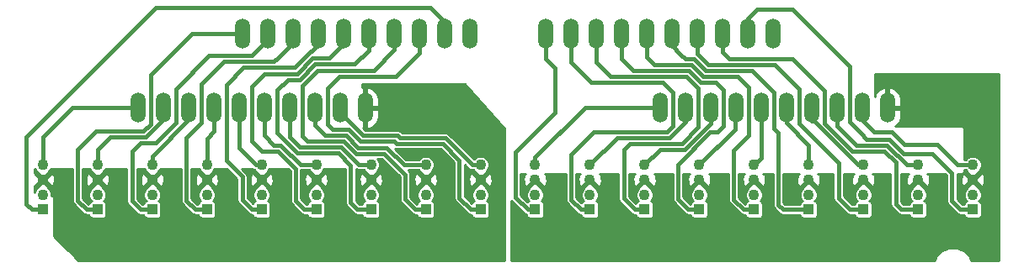
<source format=gtl>
G04 #@! TF.FileFunction,Copper,L2,Bot,Signal*
%FSLAX46Y46*%
G04 Gerber Fmt 4.6, Leading zero omitted, Abs format (unit mm)*
G04 Created by KiCad (PCBNEW 4.0.7-e0-6372~58~ubuntu16.10.1) date Thu Feb  8 12:56:22 2018*
%MOMM*%
%LPD*%
G01*
G04 APERTURE LIST*
%ADD10C,0.100000*%
%ADD11R,1.100000X1.100000*%
%ADD12C,1.100000*%
%ADD13O,1.506220X3.014980*%
%ADD14C,0.400000*%
%ADD15C,0.254000*%
G04 APERTURE END LIST*
D10*
D11*
X3500000Y-22250000D03*
D12*
X3500000Y-20750000D03*
X3500000Y-19250000D03*
X3500000Y-17750000D03*
D11*
X9000000Y-22250000D03*
D12*
X9000000Y-20750000D03*
X9000000Y-19250000D03*
X9000000Y-17750000D03*
D11*
X14500000Y-22250000D03*
D12*
X14500000Y-20750000D03*
X14500000Y-19250000D03*
X14500000Y-17750000D03*
D11*
X20000000Y-22250000D03*
D12*
X20000000Y-20750000D03*
X20000000Y-19250000D03*
X20000000Y-17750000D03*
D11*
X25500000Y-22250000D03*
D12*
X25500000Y-20750000D03*
X25500000Y-19250000D03*
X25500000Y-17750000D03*
D11*
X31000000Y-22250000D03*
D12*
X31000000Y-20750000D03*
X31000000Y-19250000D03*
X31000000Y-17750000D03*
D11*
X36500000Y-22250000D03*
D12*
X36500000Y-20750000D03*
X36500000Y-19250000D03*
X36500000Y-17750000D03*
D11*
X42000000Y-22250000D03*
D12*
X42000000Y-20750000D03*
X42000000Y-19250000D03*
X42000000Y-17750000D03*
D11*
X47500000Y-22250000D03*
D12*
X47500000Y-20750000D03*
X47500000Y-19250000D03*
X47500000Y-17750000D03*
D11*
X53000000Y-22250000D03*
D12*
X53000000Y-20750000D03*
X53000000Y-19250000D03*
X53000000Y-17750000D03*
D11*
X58500000Y-22250000D03*
D12*
X58500000Y-20750000D03*
X58500000Y-19250000D03*
X58500000Y-17750000D03*
D11*
X64000000Y-22250000D03*
D12*
X64000000Y-20750000D03*
X64000000Y-19250000D03*
X64000000Y-17750000D03*
D11*
X69500000Y-22250000D03*
D12*
X69500000Y-20750000D03*
X69500000Y-19250000D03*
X69500000Y-17750000D03*
D11*
X75000000Y-22250000D03*
D12*
X75000000Y-20750000D03*
X75000000Y-19250000D03*
X75000000Y-17750000D03*
D11*
X80500000Y-22250000D03*
D12*
X80500000Y-20750000D03*
X80500000Y-19250000D03*
X80500000Y-17750000D03*
D11*
X86000000Y-22250000D03*
D12*
X86000000Y-20750000D03*
X86000000Y-19250000D03*
X86000000Y-17750000D03*
D13*
X13070000Y-12000000D03*
X15610000Y-12000000D03*
X18150000Y-12000000D03*
X20690000Y-12000000D03*
X35930000Y-12000000D03*
X33390000Y-12000000D03*
X30850000Y-12000000D03*
X28310000Y-12000000D03*
X25770000Y-12000000D03*
X23230000Y-12000000D03*
X65570000Y-12000000D03*
X68110000Y-12000000D03*
X70650000Y-12000000D03*
X73190000Y-12000000D03*
X88430000Y-12000000D03*
X85890000Y-12000000D03*
X83350000Y-12000000D03*
X80810000Y-12000000D03*
X78270000Y-12000000D03*
X75730000Y-12000000D03*
X23570000Y-4500000D03*
X26110000Y-4500000D03*
X28650000Y-4500000D03*
X31190000Y-4500000D03*
X46430000Y-4500000D03*
X43890000Y-4500000D03*
X41350000Y-4500000D03*
X38810000Y-4500000D03*
X36270000Y-4500000D03*
X33730000Y-4500000D03*
X54070000Y-4500000D03*
X56610000Y-4500000D03*
X59150000Y-4500000D03*
X61690000Y-4500000D03*
X76930000Y-4500000D03*
X74390000Y-4500000D03*
X71850000Y-4500000D03*
X69310000Y-4500000D03*
X66770000Y-4500000D03*
X64230000Y-4500000D03*
D11*
X91500000Y-22250000D03*
D12*
X91500000Y-20750000D03*
X91500000Y-19250000D03*
X91500000Y-17750000D03*
D11*
X97000000Y-22250000D03*
D12*
X97000000Y-20750000D03*
X97000000Y-19250000D03*
X97000000Y-17750000D03*
D14*
X3500000Y-17750000D02*
X3500000Y-14975000D01*
X6475000Y-12000000D02*
X13070000Y-12000000D01*
X3500000Y-14975000D02*
X6475000Y-12000000D01*
X9000000Y-17750000D02*
X9000000Y-16200002D01*
X13873528Y-14925002D02*
X15610000Y-13188530D01*
X10275000Y-14925002D02*
X13873528Y-14925002D01*
X9000000Y-16200002D02*
X10275000Y-14925002D01*
X15610000Y-13188530D02*
X15610000Y-12000000D01*
X8750000Y-17750000D02*
X9000000Y-17750000D01*
X14500000Y-17750000D02*
X14500000Y-16850000D01*
X14500000Y-16850000D02*
X18150000Y-13200000D01*
X18150000Y-13200000D02*
X18150000Y-12000000D01*
X20000000Y-17750000D02*
X20000000Y-15075000D01*
X20690000Y-14385000D02*
X20690000Y-12000000D01*
X20000000Y-15075000D02*
X20690000Y-14385000D01*
X25500000Y-17750000D02*
X24900000Y-17750000D01*
X23230000Y-16080000D02*
X23230000Y-12000000D01*
X24900000Y-17750000D02*
X23230000Y-16080000D01*
X36500000Y-17750000D02*
X35273530Y-17750000D01*
X28310000Y-14964410D02*
X28310000Y-12000000D01*
X29320588Y-15974998D02*
X28310000Y-14964410D01*
X33498528Y-15974998D02*
X29320588Y-15974998D01*
X35273530Y-17750000D02*
X33498528Y-15974998D01*
X65570000Y-12000000D02*
X58000000Y-12000000D01*
X53000000Y-17000000D02*
X53000000Y-17750000D01*
X58000000Y-12000000D02*
X53000000Y-17000000D01*
X68110000Y-12000000D02*
X68110000Y-13390000D01*
X68110000Y-13390000D02*
X66500000Y-15000000D01*
X66500000Y-15000000D02*
X61250000Y-15000000D01*
X61250000Y-15000000D02*
X58500000Y-17750000D01*
X70650000Y-12000000D02*
X70650000Y-13548530D01*
X65549996Y-16200004D02*
X64000000Y-17750000D01*
X67998526Y-16200004D02*
X65549996Y-16200004D01*
X70650000Y-13548530D02*
X67998526Y-16200004D01*
X69500000Y-17750000D02*
X73100000Y-14150000D01*
X73100000Y-14150000D02*
X73100000Y-12090000D01*
X73100000Y-12090000D02*
X73190000Y-12000000D01*
X42000000Y-17750000D02*
X39798530Y-17750000D01*
X30850000Y-13725000D02*
X30850000Y-12000000D01*
X31899994Y-14774994D02*
X30850000Y-13725000D01*
X33995584Y-14774994D02*
X31899994Y-14774994D01*
X35220588Y-15999998D02*
X33995584Y-14774994D01*
X38048528Y-15999998D02*
X35220588Y-15999998D01*
X39798530Y-17750000D02*
X38048528Y-15999998D01*
X85890000Y-12000000D02*
X85890000Y-13240000D01*
X85890000Y-13240000D02*
X87100000Y-14450000D01*
X87100000Y-14450000D02*
X88900000Y-14450000D01*
X88900000Y-14450000D02*
X90150000Y-15700000D01*
X90150000Y-15700000D02*
X93450000Y-15700000D01*
X93450000Y-15700000D02*
X95500000Y-17750000D01*
X95500000Y-17750000D02*
X97000000Y-17750000D01*
X91500000Y-17750000D02*
X90348530Y-17750000D01*
X83350000Y-13800000D02*
X83350000Y-12000000D01*
X85299998Y-15749998D02*
X83350000Y-13800000D01*
X88348528Y-15749998D02*
X85299998Y-15749998D01*
X90348530Y-17750000D02*
X88348528Y-15749998D01*
X91500000Y-17750000D02*
X91500000Y-17550000D01*
X83350000Y-13400000D02*
X83350000Y-12000000D01*
X86000000Y-17750000D02*
X85450000Y-17750000D01*
X85450000Y-17750000D02*
X80810000Y-13110000D01*
X80810000Y-13110000D02*
X80810000Y-12000000D01*
X80810000Y-12000000D02*
X80810000Y-13310000D01*
X78270000Y-12000000D02*
X78270000Y-13520000D01*
X80500000Y-15750000D02*
X80500000Y-17750000D01*
X78270000Y-13520000D02*
X80500000Y-15750000D01*
X97000000Y-22250000D02*
X95750000Y-22250000D01*
X86349998Y-15149996D02*
X85700000Y-14499998D01*
X88597056Y-15149996D02*
X86349998Y-15149996D01*
X90047060Y-16600000D02*
X88597056Y-15149996D01*
X92950000Y-16600000D02*
X90047060Y-16600000D01*
X94900000Y-18550000D02*
X92950000Y-16600000D01*
X94900000Y-21400000D02*
X94900000Y-18550000D01*
X95750000Y-22250000D02*
X94900000Y-21400000D01*
X84650000Y-12000000D02*
X84650000Y-13449998D01*
X84650000Y-13449998D02*
X85700000Y-14499998D01*
X74390000Y-4500000D02*
X74390000Y-2960000D01*
X84650000Y-7850000D02*
X84650000Y-12000000D01*
X78850000Y-2050000D02*
X84650000Y-7850000D01*
X75300000Y-2050000D02*
X78850000Y-2050000D01*
X74390000Y-2960000D02*
X75300000Y-2050000D01*
X74390000Y-4500000D02*
X74390000Y-3060000D01*
X74390000Y-5090000D02*
X74390000Y-4500000D01*
X89250000Y-18750000D02*
X89250000Y-17500000D01*
X84898530Y-16350000D02*
X83724265Y-15175735D01*
X88100000Y-16350000D02*
X84898530Y-16350000D01*
X89250000Y-17500000D02*
X88100000Y-16350000D01*
X91500000Y-22250000D02*
X89800000Y-22250000D01*
X71850000Y-6350000D02*
X71850000Y-4500000D01*
X72549992Y-7049992D02*
X71850000Y-6350000D01*
X78849992Y-7049992D02*
X72549992Y-7049992D01*
X82100000Y-10300000D02*
X78849992Y-7049992D01*
X82100000Y-13551470D02*
X82100000Y-10300000D01*
X83724265Y-15175735D02*
X82100000Y-13551470D01*
X89250000Y-21700000D02*
X89250000Y-18750000D01*
X89800000Y-22250000D02*
X89250000Y-21700000D01*
X71850000Y-4500000D02*
X71850000Y-5550000D01*
X71850000Y-4900000D02*
X71850000Y-4500000D01*
X71850000Y-5600000D02*
X71850000Y-4500000D01*
X69310000Y-4500000D02*
X69310000Y-6565880D01*
X84650000Y-22250000D02*
X86000000Y-22250000D01*
X83500000Y-21100000D02*
X84650000Y-22250000D01*
X83500000Y-17550000D02*
X83500000Y-21100000D01*
X79550000Y-13600000D02*
X83500000Y-17550000D01*
X79550000Y-10150000D02*
X79550000Y-13600000D01*
X77049994Y-7649994D02*
X79550000Y-10150000D01*
X70394114Y-7649994D02*
X77049994Y-7649994D01*
X69310000Y-6565880D02*
X70394114Y-7649994D01*
X69310000Y-5160000D02*
X69310000Y-4500000D01*
X69310000Y-4500000D02*
X69310000Y-5510000D01*
X68550000Y-7049992D02*
X68945582Y-7049992D01*
X74799996Y-8249996D02*
X77000000Y-10450000D01*
X70145586Y-8249996D02*
X74799996Y-8249996D01*
X68945582Y-7049992D02*
X70145586Y-8249996D01*
X80500000Y-22250000D02*
X77900000Y-22250000D01*
X77900000Y-22250000D02*
X77450000Y-21800000D01*
X77450000Y-21800000D02*
X77450000Y-14550000D01*
X77450000Y-14550000D02*
X77000000Y-14100000D01*
X77000000Y-14100000D02*
X77000000Y-10450000D01*
X68099992Y-7049992D02*
X67650000Y-6600000D01*
X67650000Y-6600000D02*
X66770000Y-5720000D01*
X68550000Y-7049992D02*
X68099992Y-7049992D01*
X66770000Y-5720000D02*
X66770000Y-4500000D01*
X66770000Y-5170000D02*
X66770000Y-4500000D01*
X66770000Y-5520000D02*
X66770000Y-4500000D01*
X66770000Y-5270000D02*
X66770000Y-4500000D01*
X43890000Y-4500000D02*
X43890000Y-3340000D01*
X43890000Y-3340000D02*
X42475000Y-1925000D01*
X2425000Y-22250000D02*
X3500000Y-22250000D01*
X1850000Y-21675000D02*
X2425000Y-22250000D01*
X1850000Y-14975000D02*
X1850000Y-21675000D01*
X14900000Y-1925000D02*
X1850000Y-14975000D01*
X42475000Y-1925000D02*
X14900000Y-1925000D01*
X43890000Y-4500000D02*
X43890000Y-3140000D01*
X23570000Y-4500000D02*
X18525000Y-4500000D01*
X7900000Y-22250000D02*
X9000000Y-22250000D01*
X7000000Y-21350000D02*
X7900000Y-22250000D01*
X7000000Y-16175000D02*
X7000000Y-21350000D01*
X8850000Y-14325000D02*
X7000000Y-16175000D01*
X13625000Y-14325000D02*
X8850000Y-14325000D01*
X14325000Y-13625000D02*
X13625000Y-14325000D01*
X14325000Y-8700000D02*
X14325000Y-13625000D01*
X18525000Y-4500000D02*
X14325000Y-8700000D01*
X26110000Y-4500000D02*
X26110000Y-5115000D01*
X26110000Y-5115000D02*
X24475000Y-6750000D01*
X24475000Y-6750000D02*
X20200000Y-6750000D01*
X20200000Y-6750000D02*
X16875000Y-10075000D01*
X16875000Y-10075000D02*
X16875000Y-13475000D01*
X16875000Y-13475000D02*
X14824996Y-15525004D01*
X14824996Y-15525004D02*
X13324996Y-15525004D01*
X13324996Y-15525004D02*
X12450000Y-16400000D01*
X12450000Y-16400000D02*
X12450000Y-21400000D01*
X12450000Y-21400000D02*
X13300000Y-22250000D01*
X13300000Y-22250000D02*
X14500000Y-22250000D01*
X19425000Y-11125000D02*
X19425000Y-9625002D01*
X26749998Y-7350002D02*
X27125000Y-6975000D01*
X21700000Y-7350002D02*
X26749998Y-7350002D01*
X19425000Y-9625002D02*
X21700000Y-7350002D01*
X28650000Y-4500000D02*
X28650000Y-5450000D01*
X28650000Y-5450000D02*
X27125000Y-6975000D01*
X19425000Y-11125000D02*
X19425000Y-13525000D01*
X19425000Y-13525000D02*
X17925000Y-15025000D01*
X17925000Y-15025000D02*
X17925000Y-21350000D01*
X17925000Y-21350000D02*
X18825000Y-22250000D01*
X18825000Y-22250000D02*
X20000000Y-22250000D01*
X21975000Y-13375000D02*
X21975000Y-9650004D01*
X28824996Y-7950004D02*
X29775000Y-7000000D01*
X23675000Y-7950004D02*
X28824996Y-7950004D01*
X21975000Y-9650004D02*
X23675000Y-7950004D01*
X31190000Y-4500000D02*
X31190000Y-5585000D01*
X31190000Y-5585000D02*
X29775000Y-7000000D01*
X21975000Y-13375000D02*
X21975000Y-17350000D01*
X21975000Y-17350000D02*
X23550000Y-18925000D01*
X23550000Y-18925000D02*
X23550000Y-21275000D01*
X23550000Y-21275000D02*
X24525000Y-22250000D01*
X24525000Y-22250000D02*
X25500000Y-22250000D01*
X33730000Y-4500000D02*
X33730000Y-5545000D01*
X33730000Y-5545000D02*
X32263235Y-7011765D01*
X29073524Y-8550006D02*
X28025000Y-8550006D01*
X30611765Y-7011765D02*
X29073524Y-8550006D01*
X32263235Y-7011765D02*
X30611765Y-7011765D01*
X28025000Y-8550006D02*
X25774994Y-8550006D01*
X25774994Y-8550006D02*
X24500000Y-9825000D01*
X24500000Y-9825000D02*
X24500000Y-15325000D01*
X24500000Y-15325000D02*
X25525000Y-16350000D01*
X25525000Y-16350000D02*
X27150000Y-16350000D01*
X27150000Y-16350000D02*
X28925000Y-18125000D01*
X28925000Y-18125000D02*
X28925000Y-21375000D01*
X28925000Y-21375000D02*
X29800000Y-22250000D01*
X29800000Y-22250000D02*
X31000000Y-22250000D01*
X31000000Y-17750000D02*
X29398530Y-17750000D01*
X25770000Y-14770000D02*
X25770000Y-12000000D01*
X26749998Y-15749998D02*
X25770000Y-14770000D01*
X27398528Y-15749998D02*
X26749998Y-15749998D01*
X29398530Y-17750000D02*
X27398528Y-15749998D01*
X36270000Y-4500000D02*
X36270000Y-6180000D01*
X36270000Y-6180000D02*
X34838233Y-7611767D01*
X29322052Y-9150008D02*
X28325000Y-9150008D01*
X30860293Y-7611767D02*
X29322052Y-9150008D01*
X34838233Y-7611767D02*
X30860293Y-7611767D01*
X35125000Y-22250000D02*
X36500000Y-22250000D01*
X34450000Y-21575000D02*
X35125000Y-22250000D01*
X34450000Y-17775000D02*
X34450000Y-21575000D01*
X33250000Y-16575000D02*
X34450000Y-17775000D01*
X29072060Y-16575000D02*
X33250000Y-16575000D01*
X27050000Y-14552940D02*
X29072060Y-16575000D01*
X27050000Y-10225000D02*
X27050000Y-14552940D01*
X28124992Y-9150008D02*
X27050000Y-10225000D01*
X28325000Y-9150008D02*
X28124992Y-9150008D01*
X38810000Y-4500000D02*
X38810000Y-6165000D01*
X40950000Y-22250000D02*
X42000000Y-22250000D01*
X39925000Y-21225000D02*
X40950000Y-22250000D01*
X39925000Y-18725000D02*
X39925000Y-21225000D01*
X37800000Y-16600000D02*
X39925000Y-18725000D01*
X34972060Y-16600000D02*
X37800000Y-16600000D01*
X33747056Y-15374996D02*
X34972060Y-16600000D01*
X30125000Y-15374996D02*
X33747056Y-15374996D01*
X29575000Y-14824996D02*
X30125000Y-15374996D01*
X29575000Y-9745590D02*
X29575000Y-14824996D01*
X31108821Y-8211769D02*
X29575000Y-9745590D01*
X36763231Y-8211769D02*
X31108821Y-8211769D01*
X38810000Y-6165000D02*
X36763231Y-8211769D01*
X41350000Y-4500000D02*
X41350000Y-6450000D01*
X46525000Y-22250000D02*
X47500000Y-22250000D01*
X45375000Y-21100000D02*
X46525000Y-22250000D01*
X45375000Y-17300000D02*
X45375000Y-21100000D01*
X43700000Y-15625000D02*
X45375000Y-17300000D01*
X39075000Y-15625000D02*
X43700000Y-15625000D01*
X38849996Y-15399996D02*
X39075000Y-15625000D01*
X35469116Y-15399996D02*
X38849996Y-15399996D01*
X34244112Y-14174992D02*
X35469116Y-15399996D01*
X32625000Y-14174992D02*
X34244112Y-14174992D01*
X32125000Y-13674992D02*
X32625000Y-14174992D01*
X32125000Y-10025000D02*
X32125000Y-13674992D01*
X33338229Y-8811771D02*
X32125000Y-10025000D01*
X38988229Y-8811771D02*
X33338229Y-8811771D01*
X41350000Y-6450000D02*
X38988229Y-8811771D01*
X47500000Y-17750000D02*
X46673530Y-17750000D01*
X35717644Y-14799994D02*
X33390000Y-12472350D01*
X39174994Y-14799994D02*
X35717644Y-14799994D01*
X39399998Y-15024998D02*
X39174994Y-14799994D01*
X43948528Y-15024998D02*
X39399998Y-15024998D01*
X46673530Y-17750000D02*
X43948528Y-15024998D01*
X33390000Y-12472350D02*
X33390000Y-12000000D01*
X54070000Y-4500000D02*
X54070000Y-7070000D01*
X54070000Y-7070000D02*
X55000000Y-8000000D01*
X53000000Y-22250000D02*
X52250000Y-22250000D01*
X55000000Y-12500000D02*
X55000000Y-8000000D01*
X51000000Y-16500000D02*
X55000000Y-12500000D01*
X51000000Y-21000000D02*
X51000000Y-16500000D01*
X52250000Y-22250000D02*
X51000000Y-21000000D01*
X56610000Y-4500000D02*
X56610000Y-7410000D01*
X56610000Y-7410000D02*
X58650000Y-9450000D01*
X57600000Y-22250000D02*
X58500000Y-22250000D01*
X56600000Y-21250000D02*
X57600000Y-22250000D01*
X56600000Y-16700000D02*
X56600000Y-21250000D01*
X58900002Y-14399998D02*
X56600000Y-16700000D01*
X66251472Y-14399998D02*
X58900002Y-14399998D01*
X66850000Y-13801470D02*
X66251472Y-14399998D01*
X66850000Y-10450000D02*
X66850000Y-13801470D01*
X65850000Y-9450000D02*
X66850000Y-10450000D01*
X58650000Y-9450000D02*
X65850000Y-9450000D01*
X64000000Y-22250000D02*
X63000000Y-22250000D01*
X59150000Y-7400000D02*
X59150000Y-4500000D01*
X60599998Y-8849998D02*
X59150000Y-7400000D01*
X68199998Y-8849998D02*
X60599998Y-8849998D01*
X69400000Y-10050000D02*
X68199998Y-8849998D01*
X69400000Y-13950000D02*
X69400000Y-10050000D01*
X67749998Y-15600002D02*
X69400000Y-13950000D01*
X62500000Y-15600002D02*
X67749998Y-15600002D01*
X61900000Y-16200002D02*
X62500000Y-15600002D01*
X61900000Y-21150000D02*
X61900000Y-16200002D01*
X63000000Y-22250000D02*
X61900000Y-21150000D01*
X67200000Y-8249996D02*
X68448526Y-8249996D01*
X71150000Y-9450000D02*
X71900000Y-10200000D01*
X69648530Y-9450000D02*
X71150000Y-9450000D01*
X68448526Y-8249996D02*
X69648530Y-9450000D01*
X69500000Y-22250000D02*
X68400000Y-22250000D01*
X61690000Y-7090000D02*
X61690000Y-4500000D01*
X62849996Y-8249996D02*
X61690000Y-7090000D01*
X67200000Y-8249996D02*
X62849996Y-8249996D01*
X71900000Y-13850000D02*
X71900000Y-11600000D01*
X71900000Y-11600000D02*
X71900000Y-10200000D01*
X71300000Y-14450000D02*
X71900000Y-13850000D01*
X70597060Y-14450000D02*
X71300000Y-14450000D01*
X67350000Y-17697060D02*
X70597060Y-14450000D01*
X67350000Y-21200000D02*
X67350000Y-17697060D01*
X68400000Y-22250000D02*
X67350000Y-21200000D01*
X61690000Y-4500000D02*
X61690000Y-5490000D01*
X61690000Y-5340000D02*
X61690000Y-4500000D01*
X65950000Y-7649994D02*
X68697054Y-7649994D01*
X73349998Y-8849998D02*
X74450000Y-9950000D01*
X69897058Y-8849998D02*
X73349998Y-8849998D01*
X68697054Y-7649994D02*
X69897058Y-8849998D01*
X64230000Y-4500000D02*
X64230000Y-6879994D01*
X73950000Y-22250000D02*
X75000000Y-22250000D01*
X74450000Y-11950000D02*
X74450000Y-14750000D01*
X74450000Y-9950000D02*
X74450000Y-11950000D01*
X74450000Y-14750000D02*
X72950000Y-16250000D01*
X72950000Y-16250000D02*
X72950000Y-21250000D01*
X72950000Y-21250000D02*
X73950000Y-22250000D01*
X65000000Y-7649994D02*
X65950000Y-7649994D01*
X64230000Y-6879994D02*
X65000000Y-7649994D01*
X64230000Y-4500000D02*
X64230000Y-5480000D01*
X64230000Y-5330000D02*
X64230000Y-4500000D01*
X75730000Y-12000000D02*
X75730000Y-17020000D01*
X75730000Y-17020000D02*
X75000000Y-17750000D01*
D15*
G36*
X99598000Y-27373000D02*
X96825946Y-27373000D01*
X96634584Y-26909868D01*
X96092983Y-26367322D01*
X95384986Y-26073335D01*
X94618378Y-26072666D01*
X93909868Y-26365416D01*
X93367322Y-26907017D01*
X93173828Y-27373000D01*
X50627000Y-27373000D01*
X50627000Y-21372114D01*
X50627355Y-21372645D01*
X51877355Y-22622645D01*
X52048325Y-22736885D01*
X52116594Y-22750464D01*
X52116594Y-22800000D01*
X52139395Y-22921179D01*
X52211012Y-23032474D01*
X52320286Y-23107138D01*
X52450000Y-23133406D01*
X53550000Y-23133406D01*
X53671179Y-23110605D01*
X53782474Y-23038988D01*
X53857138Y-22929714D01*
X53883406Y-22800000D01*
X53883406Y-21700000D01*
X53860605Y-21578821D01*
X53788988Y-21467526D01*
X53679714Y-21392862D01*
X53611252Y-21378998D01*
X53743051Y-21247429D01*
X53876847Y-20925211D01*
X53877151Y-20576319D01*
X53743918Y-20253869D01*
X53633651Y-20143409D01*
X53646828Y-20076433D01*
X53000000Y-19429605D01*
X52353172Y-20076433D01*
X52366341Y-20143370D01*
X52256949Y-20252571D01*
X52123153Y-20574789D01*
X52122849Y-20923681D01*
X52256082Y-21246131D01*
X52387983Y-21378263D01*
X52328821Y-21389395D01*
X52217526Y-21461012D01*
X52212970Y-21467680D01*
X51527000Y-20781710D01*
X51527000Y-18627000D01*
X52052454Y-18627000D01*
X51953299Y-18646508D01*
X51802028Y-19093001D01*
X51833137Y-19563396D01*
X51953299Y-19853492D01*
X52173567Y-19896828D01*
X52820395Y-19250000D01*
X52806253Y-19235858D01*
X52985858Y-19056253D01*
X53000000Y-19070395D01*
X53014143Y-19056253D01*
X53193748Y-19235858D01*
X53179605Y-19250000D01*
X53826433Y-19896828D01*
X54046701Y-19853492D01*
X54197972Y-19406999D01*
X54166863Y-18936604D01*
X54046701Y-18646508D01*
X53947546Y-18627000D01*
X56073000Y-18627000D01*
X56073000Y-21250000D01*
X56113115Y-21451675D01*
X56227355Y-21622645D01*
X57227355Y-22622646D01*
X57398326Y-22736885D01*
X57600000Y-22777000D01*
X57616594Y-22777000D01*
X57616594Y-22800000D01*
X57639395Y-22921179D01*
X57711012Y-23032474D01*
X57820286Y-23107138D01*
X57950000Y-23133406D01*
X59050000Y-23133406D01*
X59171179Y-23110605D01*
X59282474Y-23038988D01*
X59357138Y-22929714D01*
X59383406Y-22800000D01*
X59383406Y-21700000D01*
X59360605Y-21578821D01*
X59288988Y-21467526D01*
X59179714Y-21392862D01*
X59111252Y-21378998D01*
X59243051Y-21247429D01*
X59376847Y-20925211D01*
X59377151Y-20576319D01*
X59243918Y-20253869D01*
X59133651Y-20143409D01*
X59146828Y-20076433D01*
X58500000Y-19429605D01*
X57853172Y-20076433D01*
X57866341Y-20143370D01*
X57756949Y-20252571D01*
X57623153Y-20574789D01*
X57622849Y-20923681D01*
X57756082Y-21246131D01*
X57887983Y-21378263D01*
X57828821Y-21389395D01*
X57717526Y-21461012D01*
X57652082Y-21556792D01*
X57127000Y-21031710D01*
X57127000Y-18627000D01*
X57552454Y-18627000D01*
X57453299Y-18646508D01*
X57302028Y-19093001D01*
X57333137Y-19563396D01*
X57453299Y-19853492D01*
X57673567Y-19896828D01*
X58320395Y-19250000D01*
X58306253Y-19235858D01*
X58485858Y-19056253D01*
X58500000Y-19070395D01*
X58514143Y-19056253D01*
X58693748Y-19235858D01*
X58679605Y-19250000D01*
X59326433Y-19896828D01*
X59546701Y-19853492D01*
X59697972Y-19406999D01*
X59666863Y-18936604D01*
X59546701Y-18646508D01*
X59447546Y-18627000D01*
X61373000Y-18627000D01*
X61373000Y-21150000D01*
X61413115Y-21351675D01*
X61527355Y-21522645D01*
X62627355Y-22622645D01*
X62798325Y-22736885D01*
X63000000Y-22777000D01*
X63116594Y-22777000D01*
X63116594Y-22800000D01*
X63139395Y-22921179D01*
X63211012Y-23032474D01*
X63320286Y-23107138D01*
X63450000Y-23133406D01*
X64550000Y-23133406D01*
X64671179Y-23110605D01*
X64782474Y-23038988D01*
X64857138Y-22929714D01*
X64883406Y-22800000D01*
X64883406Y-21700000D01*
X64860605Y-21578821D01*
X64788988Y-21467526D01*
X64679714Y-21392862D01*
X64611252Y-21378998D01*
X64743051Y-21247429D01*
X64876847Y-20925211D01*
X64877151Y-20576319D01*
X64743918Y-20253869D01*
X64633651Y-20143409D01*
X64646828Y-20076433D01*
X64000000Y-19429605D01*
X63353172Y-20076433D01*
X63366341Y-20143370D01*
X63256949Y-20252571D01*
X63123153Y-20574789D01*
X63122849Y-20923681D01*
X63256082Y-21246131D01*
X63387983Y-21378263D01*
X63328821Y-21389395D01*
X63217526Y-21461012D01*
X63142862Y-21570286D01*
X63129847Y-21634557D01*
X62427000Y-20931710D01*
X62427000Y-18627000D01*
X63052454Y-18627000D01*
X62953299Y-18646508D01*
X62802028Y-19093001D01*
X62833137Y-19563396D01*
X62953299Y-19853492D01*
X63173567Y-19896828D01*
X63820395Y-19250000D01*
X63806253Y-19235858D01*
X63985858Y-19056253D01*
X64000000Y-19070395D01*
X64014143Y-19056253D01*
X64193748Y-19235858D01*
X64179605Y-19250000D01*
X64826433Y-19896828D01*
X65046701Y-19853492D01*
X65197972Y-19406999D01*
X65166863Y-18936604D01*
X65046701Y-18646508D01*
X64947546Y-18627000D01*
X66823000Y-18627000D01*
X66823000Y-21200000D01*
X66863115Y-21401675D01*
X66977355Y-21572645D01*
X68027355Y-22622645D01*
X68198325Y-22736885D01*
X68231785Y-22743540D01*
X68400000Y-22777000D01*
X68616594Y-22777000D01*
X68616594Y-22800000D01*
X68639395Y-22921179D01*
X68711012Y-23032474D01*
X68820286Y-23107138D01*
X68950000Y-23133406D01*
X70050000Y-23133406D01*
X70171179Y-23110605D01*
X70282474Y-23038988D01*
X70357138Y-22929714D01*
X70383406Y-22800000D01*
X70383406Y-21700000D01*
X70360605Y-21578821D01*
X70288988Y-21467526D01*
X70179714Y-21392862D01*
X70111252Y-21378998D01*
X70243051Y-21247429D01*
X70376847Y-20925211D01*
X70377151Y-20576319D01*
X70243918Y-20253869D01*
X70133651Y-20143409D01*
X70146828Y-20076433D01*
X69500000Y-19429605D01*
X68853172Y-20076433D01*
X68866341Y-20143370D01*
X68756949Y-20252571D01*
X68623153Y-20574789D01*
X68622849Y-20923681D01*
X68756082Y-21246131D01*
X68887983Y-21378263D01*
X68828821Y-21389395D01*
X68717526Y-21461012D01*
X68642862Y-21570286D01*
X68616594Y-21700000D01*
X68616594Y-21721304D01*
X67877000Y-20981710D01*
X67877000Y-18627000D01*
X68552454Y-18627000D01*
X68453299Y-18646508D01*
X68302028Y-19093001D01*
X68333137Y-19563396D01*
X68453299Y-19853492D01*
X68673567Y-19896828D01*
X69320395Y-19250000D01*
X69306253Y-19235858D01*
X69485858Y-19056253D01*
X69500000Y-19070395D01*
X69514143Y-19056253D01*
X69693748Y-19235858D01*
X69679605Y-19250000D01*
X70326433Y-19896828D01*
X70546701Y-19853492D01*
X70697972Y-19406999D01*
X70666863Y-18936604D01*
X70546701Y-18646508D01*
X70447546Y-18627000D01*
X72423000Y-18627000D01*
X72423000Y-21250000D01*
X72463115Y-21451675D01*
X72577355Y-21622645D01*
X73577355Y-22622646D01*
X73748325Y-22736884D01*
X73748326Y-22736885D01*
X73950000Y-22777000D01*
X74116594Y-22777000D01*
X74116594Y-22800000D01*
X74139395Y-22921179D01*
X74211012Y-23032474D01*
X74320286Y-23107138D01*
X74450000Y-23133406D01*
X75550000Y-23133406D01*
X75671179Y-23110605D01*
X75782474Y-23038988D01*
X75857138Y-22929714D01*
X75883406Y-22800000D01*
X75883406Y-21700000D01*
X75860605Y-21578821D01*
X75788988Y-21467526D01*
X75679714Y-21392862D01*
X75611252Y-21378998D01*
X75743051Y-21247429D01*
X75876847Y-20925211D01*
X75877151Y-20576319D01*
X75743918Y-20253869D01*
X75633651Y-20143409D01*
X75646828Y-20076433D01*
X75000000Y-19429605D01*
X74353172Y-20076433D01*
X74366341Y-20143370D01*
X74256949Y-20252571D01*
X74123153Y-20574789D01*
X74122849Y-20923681D01*
X74256082Y-21246131D01*
X74387983Y-21378263D01*
X74328821Y-21389395D01*
X74217526Y-21461012D01*
X74142862Y-21570286D01*
X74121427Y-21676136D01*
X73477000Y-21031710D01*
X73477000Y-18627000D01*
X74052454Y-18627000D01*
X73953299Y-18646508D01*
X73802028Y-19093001D01*
X73833137Y-19563396D01*
X73953299Y-19853492D01*
X74173567Y-19896828D01*
X74820395Y-19250000D01*
X74806253Y-19235858D01*
X74985858Y-19056253D01*
X75000000Y-19070395D01*
X75014143Y-19056253D01*
X75193748Y-19235858D01*
X75179605Y-19250000D01*
X75826433Y-19896828D01*
X76046701Y-19853492D01*
X76197972Y-19406999D01*
X76166863Y-18936604D01*
X76046701Y-18646508D01*
X75947546Y-18627000D01*
X76923000Y-18627000D01*
X76923000Y-21800000D01*
X76963115Y-22001675D01*
X77077355Y-22172645D01*
X77527355Y-22622645D01*
X77698325Y-22736885D01*
X77900000Y-22777000D01*
X79616594Y-22777000D01*
X79616594Y-22800000D01*
X79639395Y-22921179D01*
X79711012Y-23032474D01*
X79820286Y-23107138D01*
X79950000Y-23133406D01*
X81050000Y-23133406D01*
X81171179Y-23110605D01*
X81282474Y-23038988D01*
X81357138Y-22929714D01*
X81383406Y-22800000D01*
X81383406Y-21700000D01*
X81360605Y-21578821D01*
X81288988Y-21467526D01*
X81179714Y-21392862D01*
X81111252Y-21378998D01*
X81243051Y-21247429D01*
X81376847Y-20925211D01*
X81377151Y-20576319D01*
X81243918Y-20253869D01*
X81133651Y-20143409D01*
X81146828Y-20076433D01*
X80500000Y-19429605D01*
X79853172Y-20076433D01*
X79866341Y-20143370D01*
X79756949Y-20252571D01*
X79623153Y-20574789D01*
X79622849Y-20923681D01*
X79756082Y-21246131D01*
X79887983Y-21378263D01*
X79828821Y-21389395D01*
X79717526Y-21461012D01*
X79642862Y-21570286D01*
X79616594Y-21700000D01*
X79616594Y-21723000D01*
X78118290Y-21723000D01*
X77977000Y-21581710D01*
X77977000Y-18627000D01*
X79552454Y-18627000D01*
X79453299Y-18646508D01*
X79302028Y-19093001D01*
X79333137Y-19563396D01*
X79453299Y-19853492D01*
X79673567Y-19896828D01*
X80320395Y-19250000D01*
X80306253Y-19235858D01*
X80485858Y-19056253D01*
X80500000Y-19070395D01*
X80514143Y-19056253D01*
X80693748Y-19235858D01*
X80679605Y-19250000D01*
X81326433Y-19896828D01*
X81546701Y-19853492D01*
X81697972Y-19406999D01*
X81666863Y-18936604D01*
X81546701Y-18646508D01*
X81447546Y-18627000D01*
X82973000Y-18627000D01*
X82973000Y-21100000D01*
X83013115Y-21301675D01*
X83127355Y-21472645D01*
X84277355Y-22622646D01*
X84448326Y-22736885D01*
X84650000Y-22777000D01*
X85116594Y-22777000D01*
X85116594Y-22800000D01*
X85139395Y-22921179D01*
X85211012Y-23032474D01*
X85320286Y-23107138D01*
X85450000Y-23133406D01*
X86550000Y-23133406D01*
X86671179Y-23110605D01*
X86782474Y-23038988D01*
X86857138Y-22929714D01*
X86883406Y-22800000D01*
X86883406Y-21700000D01*
X86860605Y-21578821D01*
X86788988Y-21467526D01*
X86679714Y-21392862D01*
X86611252Y-21378998D01*
X86743051Y-21247429D01*
X86876847Y-20925211D01*
X86877151Y-20576319D01*
X86743918Y-20253869D01*
X86633651Y-20143409D01*
X86646828Y-20076433D01*
X86000000Y-19429605D01*
X85353172Y-20076433D01*
X85366341Y-20143370D01*
X85256949Y-20252571D01*
X85123153Y-20574789D01*
X85122849Y-20923681D01*
X85256082Y-21246131D01*
X85387983Y-21378263D01*
X85328821Y-21389395D01*
X85217526Y-21461012D01*
X85142862Y-21570286D01*
X85116594Y-21700000D01*
X85116594Y-21723000D01*
X84868291Y-21723000D01*
X84027000Y-20881710D01*
X84027000Y-18627000D01*
X85052454Y-18627000D01*
X84953299Y-18646508D01*
X84802028Y-19093001D01*
X84833137Y-19563396D01*
X84953299Y-19853492D01*
X85173567Y-19896828D01*
X85820395Y-19250000D01*
X85806253Y-19235858D01*
X85985858Y-19056253D01*
X86000000Y-19070395D01*
X86014143Y-19056253D01*
X86193748Y-19235858D01*
X86179605Y-19250000D01*
X86826433Y-19896828D01*
X87046701Y-19853492D01*
X87197972Y-19406999D01*
X87166863Y-18936604D01*
X87046701Y-18646508D01*
X86947546Y-18627000D01*
X88723000Y-18627000D01*
X88723000Y-21700000D01*
X88763115Y-21901675D01*
X88877355Y-22072645D01*
X89427354Y-22622645D01*
X89541594Y-22698978D01*
X89598326Y-22736885D01*
X89800000Y-22777000D01*
X90616594Y-22777000D01*
X90616594Y-22800000D01*
X90639395Y-22921179D01*
X90711012Y-23032474D01*
X90820286Y-23107138D01*
X90950000Y-23133406D01*
X92050000Y-23133406D01*
X92171179Y-23110605D01*
X92282474Y-23038988D01*
X92357138Y-22929714D01*
X92383406Y-22800000D01*
X92383406Y-21700000D01*
X92360605Y-21578821D01*
X92288988Y-21467526D01*
X92179714Y-21392862D01*
X92111252Y-21378998D01*
X92243051Y-21247429D01*
X92376847Y-20925211D01*
X92377151Y-20576319D01*
X92243918Y-20253869D01*
X92133651Y-20143409D01*
X92146828Y-20076433D01*
X91500000Y-19429605D01*
X90853172Y-20076433D01*
X90866341Y-20143370D01*
X90756949Y-20252571D01*
X90623153Y-20574789D01*
X90622849Y-20923681D01*
X90756082Y-21246131D01*
X90887983Y-21378263D01*
X90828821Y-21389395D01*
X90717526Y-21461012D01*
X90642862Y-21570286D01*
X90616594Y-21700000D01*
X90616594Y-21723000D01*
X90018291Y-21723000D01*
X89777000Y-21481710D01*
X89777000Y-18627000D01*
X90552454Y-18627000D01*
X90453299Y-18646508D01*
X90302028Y-19093001D01*
X90333137Y-19563396D01*
X90453299Y-19853492D01*
X90673567Y-19896828D01*
X91320395Y-19250000D01*
X91306253Y-19235858D01*
X91485858Y-19056253D01*
X91500000Y-19070395D01*
X91514143Y-19056253D01*
X91693748Y-19235858D01*
X91679605Y-19250000D01*
X92326433Y-19896828D01*
X92546701Y-19853492D01*
X92697972Y-19406999D01*
X92666863Y-18936604D01*
X92546701Y-18646508D01*
X92447546Y-18627000D01*
X94231709Y-18627000D01*
X94373000Y-18768291D01*
X94373000Y-21400000D01*
X94413115Y-21601675D01*
X94527355Y-21772645D01*
X95377355Y-22622646D01*
X95548326Y-22736885D01*
X95750000Y-22777000D01*
X96116594Y-22777000D01*
X96116594Y-22800000D01*
X96139395Y-22921179D01*
X96211012Y-23032474D01*
X96320286Y-23107138D01*
X96450000Y-23133406D01*
X97550000Y-23133406D01*
X97671179Y-23110605D01*
X97782474Y-23038988D01*
X97857138Y-22929714D01*
X97883406Y-22800000D01*
X97883406Y-21700000D01*
X97860605Y-21578821D01*
X97788988Y-21467526D01*
X97679714Y-21392862D01*
X97611252Y-21378998D01*
X97743051Y-21247429D01*
X97876847Y-20925211D01*
X97877151Y-20576319D01*
X97743918Y-20253869D01*
X97633651Y-20143409D01*
X97646828Y-20076433D01*
X97000000Y-19429605D01*
X96353172Y-20076433D01*
X96366341Y-20143370D01*
X96256949Y-20252571D01*
X96123153Y-20574789D01*
X96122849Y-20923681D01*
X96256082Y-21246131D01*
X96387983Y-21378263D01*
X96328821Y-21389395D01*
X96217526Y-21461012D01*
X96142862Y-21570286D01*
X96116594Y-21700000D01*
X96116594Y-21723000D01*
X95968291Y-21723000D01*
X95427000Y-21181710D01*
X95427000Y-19093001D01*
X95802028Y-19093001D01*
X95833137Y-19563396D01*
X95953299Y-19853492D01*
X96173567Y-19896828D01*
X96820395Y-19250000D01*
X97179605Y-19250000D01*
X97826433Y-19896828D01*
X98046701Y-19853492D01*
X98197972Y-19406999D01*
X98166863Y-18936604D01*
X98046701Y-18646508D01*
X97826433Y-18603172D01*
X97179605Y-19250000D01*
X96820395Y-19250000D01*
X96173567Y-18603172D01*
X95953299Y-18646508D01*
X95802028Y-19093001D01*
X95427000Y-19093001D01*
X95427000Y-18627000D01*
X96000000Y-18627000D01*
X96049410Y-18616994D01*
X96091035Y-18588553D01*
X96118315Y-18546159D01*
X96127000Y-18500000D01*
X96127000Y-18277000D01*
X96286897Y-18277000D01*
X96366349Y-18356591D01*
X96353172Y-18423567D01*
X97000000Y-19070395D01*
X97646828Y-18423567D01*
X97633659Y-18356630D01*
X97743051Y-18247429D01*
X97876847Y-17925211D01*
X97877151Y-17576319D01*
X97743918Y-17253869D01*
X97497429Y-17006949D01*
X97175211Y-16873153D01*
X96826319Y-16872849D01*
X96503869Y-17006082D01*
X96286572Y-17223000D01*
X96127000Y-17223000D01*
X96127000Y-14000000D01*
X96116994Y-13950590D01*
X96088553Y-13908965D01*
X96046159Y-13881685D01*
X96000000Y-13873000D01*
X89234750Y-13873000D01*
X89321740Y-13825724D01*
X89663846Y-13402919D01*
X89818110Y-12881380D01*
X89818110Y-12127000D01*
X88557000Y-12127000D01*
X88557000Y-12147000D01*
X88303000Y-12147000D01*
X88303000Y-12127000D01*
X88283000Y-12127000D01*
X88283000Y-11873000D01*
X88303000Y-11873000D01*
X88303000Y-10022838D01*
X88557000Y-10022838D01*
X88557000Y-11873000D01*
X89818110Y-11873000D01*
X89818110Y-11118620D01*
X89663846Y-10597081D01*
X89321740Y-10174276D01*
X88843875Y-9914573D01*
X88771674Y-9900217D01*
X88557000Y-10022838D01*
X88303000Y-10022838D01*
X88088326Y-9900217D01*
X88016125Y-9914573D01*
X87538260Y-10174276D01*
X87196154Y-10597081D01*
X87127000Y-10830878D01*
X87127000Y-8627000D01*
X99598000Y-8627000D01*
X99598000Y-27373000D01*
X99598000Y-27373000D01*
G37*
X99598000Y-27373000D02*
X96825946Y-27373000D01*
X96634584Y-26909868D01*
X96092983Y-26367322D01*
X95384986Y-26073335D01*
X94618378Y-26072666D01*
X93909868Y-26365416D01*
X93367322Y-26907017D01*
X93173828Y-27373000D01*
X50627000Y-27373000D01*
X50627000Y-21372114D01*
X50627355Y-21372645D01*
X51877355Y-22622645D01*
X52048325Y-22736885D01*
X52116594Y-22750464D01*
X52116594Y-22800000D01*
X52139395Y-22921179D01*
X52211012Y-23032474D01*
X52320286Y-23107138D01*
X52450000Y-23133406D01*
X53550000Y-23133406D01*
X53671179Y-23110605D01*
X53782474Y-23038988D01*
X53857138Y-22929714D01*
X53883406Y-22800000D01*
X53883406Y-21700000D01*
X53860605Y-21578821D01*
X53788988Y-21467526D01*
X53679714Y-21392862D01*
X53611252Y-21378998D01*
X53743051Y-21247429D01*
X53876847Y-20925211D01*
X53877151Y-20576319D01*
X53743918Y-20253869D01*
X53633651Y-20143409D01*
X53646828Y-20076433D01*
X53000000Y-19429605D01*
X52353172Y-20076433D01*
X52366341Y-20143370D01*
X52256949Y-20252571D01*
X52123153Y-20574789D01*
X52122849Y-20923681D01*
X52256082Y-21246131D01*
X52387983Y-21378263D01*
X52328821Y-21389395D01*
X52217526Y-21461012D01*
X52212970Y-21467680D01*
X51527000Y-20781710D01*
X51527000Y-18627000D01*
X52052454Y-18627000D01*
X51953299Y-18646508D01*
X51802028Y-19093001D01*
X51833137Y-19563396D01*
X51953299Y-19853492D01*
X52173567Y-19896828D01*
X52820395Y-19250000D01*
X52806253Y-19235858D01*
X52985858Y-19056253D01*
X53000000Y-19070395D01*
X53014143Y-19056253D01*
X53193748Y-19235858D01*
X53179605Y-19250000D01*
X53826433Y-19896828D01*
X54046701Y-19853492D01*
X54197972Y-19406999D01*
X54166863Y-18936604D01*
X54046701Y-18646508D01*
X53947546Y-18627000D01*
X56073000Y-18627000D01*
X56073000Y-21250000D01*
X56113115Y-21451675D01*
X56227355Y-21622645D01*
X57227355Y-22622646D01*
X57398326Y-22736885D01*
X57600000Y-22777000D01*
X57616594Y-22777000D01*
X57616594Y-22800000D01*
X57639395Y-22921179D01*
X57711012Y-23032474D01*
X57820286Y-23107138D01*
X57950000Y-23133406D01*
X59050000Y-23133406D01*
X59171179Y-23110605D01*
X59282474Y-23038988D01*
X59357138Y-22929714D01*
X59383406Y-22800000D01*
X59383406Y-21700000D01*
X59360605Y-21578821D01*
X59288988Y-21467526D01*
X59179714Y-21392862D01*
X59111252Y-21378998D01*
X59243051Y-21247429D01*
X59376847Y-20925211D01*
X59377151Y-20576319D01*
X59243918Y-20253869D01*
X59133651Y-20143409D01*
X59146828Y-20076433D01*
X58500000Y-19429605D01*
X57853172Y-20076433D01*
X57866341Y-20143370D01*
X57756949Y-20252571D01*
X57623153Y-20574789D01*
X57622849Y-20923681D01*
X57756082Y-21246131D01*
X57887983Y-21378263D01*
X57828821Y-21389395D01*
X57717526Y-21461012D01*
X57652082Y-21556792D01*
X57127000Y-21031710D01*
X57127000Y-18627000D01*
X57552454Y-18627000D01*
X57453299Y-18646508D01*
X57302028Y-19093001D01*
X57333137Y-19563396D01*
X57453299Y-19853492D01*
X57673567Y-19896828D01*
X58320395Y-19250000D01*
X58306253Y-19235858D01*
X58485858Y-19056253D01*
X58500000Y-19070395D01*
X58514143Y-19056253D01*
X58693748Y-19235858D01*
X58679605Y-19250000D01*
X59326433Y-19896828D01*
X59546701Y-19853492D01*
X59697972Y-19406999D01*
X59666863Y-18936604D01*
X59546701Y-18646508D01*
X59447546Y-18627000D01*
X61373000Y-18627000D01*
X61373000Y-21150000D01*
X61413115Y-21351675D01*
X61527355Y-21522645D01*
X62627355Y-22622645D01*
X62798325Y-22736885D01*
X63000000Y-22777000D01*
X63116594Y-22777000D01*
X63116594Y-22800000D01*
X63139395Y-22921179D01*
X63211012Y-23032474D01*
X63320286Y-23107138D01*
X63450000Y-23133406D01*
X64550000Y-23133406D01*
X64671179Y-23110605D01*
X64782474Y-23038988D01*
X64857138Y-22929714D01*
X64883406Y-22800000D01*
X64883406Y-21700000D01*
X64860605Y-21578821D01*
X64788988Y-21467526D01*
X64679714Y-21392862D01*
X64611252Y-21378998D01*
X64743051Y-21247429D01*
X64876847Y-20925211D01*
X64877151Y-20576319D01*
X64743918Y-20253869D01*
X64633651Y-20143409D01*
X64646828Y-20076433D01*
X64000000Y-19429605D01*
X63353172Y-20076433D01*
X63366341Y-20143370D01*
X63256949Y-20252571D01*
X63123153Y-20574789D01*
X63122849Y-20923681D01*
X63256082Y-21246131D01*
X63387983Y-21378263D01*
X63328821Y-21389395D01*
X63217526Y-21461012D01*
X63142862Y-21570286D01*
X63129847Y-21634557D01*
X62427000Y-20931710D01*
X62427000Y-18627000D01*
X63052454Y-18627000D01*
X62953299Y-18646508D01*
X62802028Y-19093001D01*
X62833137Y-19563396D01*
X62953299Y-19853492D01*
X63173567Y-19896828D01*
X63820395Y-19250000D01*
X63806253Y-19235858D01*
X63985858Y-19056253D01*
X64000000Y-19070395D01*
X64014143Y-19056253D01*
X64193748Y-19235858D01*
X64179605Y-19250000D01*
X64826433Y-19896828D01*
X65046701Y-19853492D01*
X65197972Y-19406999D01*
X65166863Y-18936604D01*
X65046701Y-18646508D01*
X64947546Y-18627000D01*
X66823000Y-18627000D01*
X66823000Y-21200000D01*
X66863115Y-21401675D01*
X66977355Y-21572645D01*
X68027355Y-22622645D01*
X68198325Y-22736885D01*
X68231785Y-22743540D01*
X68400000Y-22777000D01*
X68616594Y-22777000D01*
X68616594Y-22800000D01*
X68639395Y-22921179D01*
X68711012Y-23032474D01*
X68820286Y-23107138D01*
X68950000Y-23133406D01*
X70050000Y-23133406D01*
X70171179Y-23110605D01*
X70282474Y-23038988D01*
X70357138Y-22929714D01*
X70383406Y-22800000D01*
X70383406Y-21700000D01*
X70360605Y-21578821D01*
X70288988Y-21467526D01*
X70179714Y-21392862D01*
X70111252Y-21378998D01*
X70243051Y-21247429D01*
X70376847Y-20925211D01*
X70377151Y-20576319D01*
X70243918Y-20253869D01*
X70133651Y-20143409D01*
X70146828Y-20076433D01*
X69500000Y-19429605D01*
X68853172Y-20076433D01*
X68866341Y-20143370D01*
X68756949Y-20252571D01*
X68623153Y-20574789D01*
X68622849Y-20923681D01*
X68756082Y-21246131D01*
X68887983Y-21378263D01*
X68828821Y-21389395D01*
X68717526Y-21461012D01*
X68642862Y-21570286D01*
X68616594Y-21700000D01*
X68616594Y-21721304D01*
X67877000Y-20981710D01*
X67877000Y-18627000D01*
X68552454Y-18627000D01*
X68453299Y-18646508D01*
X68302028Y-19093001D01*
X68333137Y-19563396D01*
X68453299Y-19853492D01*
X68673567Y-19896828D01*
X69320395Y-19250000D01*
X69306253Y-19235858D01*
X69485858Y-19056253D01*
X69500000Y-19070395D01*
X69514143Y-19056253D01*
X69693748Y-19235858D01*
X69679605Y-19250000D01*
X70326433Y-19896828D01*
X70546701Y-19853492D01*
X70697972Y-19406999D01*
X70666863Y-18936604D01*
X70546701Y-18646508D01*
X70447546Y-18627000D01*
X72423000Y-18627000D01*
X72423000Y-21250000D01*
X72463115Y-21451675D01*
X72577355Y-21622645D01*
X73577355Y-22622646D01*
X73748325Y-22736884D01*
X73748326Y-22736885D01*
X73950000Y-22777000D01*
X74116594Y-22777000D01*
X74116594Y-22800000D01*
X74139395Y-22921179D01*
X74211012Y-23032474D01*
X74320286Y-23107138D01*
X74450000Y-23133406D01*
X75550000Y-23133406D01*
X75671179Y-23110605D01*
X75782474Y-23038988D01*
X75857138Y-22929714D01*
X75883406Y-22800000D01*
X75883406Y-21700000D01*
X75860605Y-21578821D01*
X75788988Y-21467526D01*
X75679714Y-21392862D01*
X75611252Y-21378998D01*
X75743051Y-21247429D01*
X75876847Y-20925211D01*
X75877151Y-20576319D01*
X75743918Y-20253869D01*
X75633651Y-20143409D01*
X75646828Y-20076433D01*
X75000000Y-19429605D01*
X74353172Y-20076433D01*
X74366341Y-20143370D01*
X74256949Y-20252571D01*
X74123153Y-20574789D01*
X74122849Y-20923681D01*
X74256082Y-21246131D01*
X74387983Y-21378263D01*
X74328821Y-21389395D01*
X74217526Y-21461012D01*
X74142862Y-21570286D01*
X74121427Y-21676136D01*
X73477000Y-21031710D01*
X73477000Y-18627000D01*
X74052454Y-18627000D01*
X73953299Y-18646508D01*
X73802028Y-19093001D01*
X73833137Y-19563396D01*
X73953299Y-19853492D01*
X74173567Y-19896828D01*
X74820395Y-19250000D01*
X74806253Y-19235858D01*
X74985858Y-19056253D01*
X75000000Y-19070395D01*
X75014143Y-19056253D01*
X75193748Y-19235858D01*
X75179605Y-19250000D01*
X75826433Y-19896828D01*
X76046701Y-19853492D01*
X76197972Y-19406999D01*
X76166863Y-18936604D01*
X76046701Y-18646508D01*
X75947546Y-18627000D01*
X76923000Y-18627000D01*
X76923000Y-21800000D01*
X76963115Y-22001675D01*
X77077355Y-22172645D01*
X77527355Y-22622645D01*
X77698325Y-22736885D01*
X77900000Y-22777000D01*
X79616594Y-22777000D01*
X79616594Y-22800000D01*
X79639395Y-22921179D01*
X79711012Y-23032474D01*
X79820286Y-23107138D01*
X79950000Y-23133406D01*
X81050000Y-23133406D01*
X81171179Y-23110605D01*
X81282474Y-23038988D01*
X81357138Y-22929714D01*
X81383406Y-22800000D01*
X81383406Y-21700000D01*
X81360605Y-21578821D01*
X81288988Y-21467526D01*
X81179714Y-21392862D01*
X81111252Y-21378998D01*
X81243051Y-21247429D01*
X81376847Y-20925211D01*
X81377151Y-20576319D01*
X81243918Y-20253869D01*
X81133651Y-20143409D01*
X81146828Y-20076433D01*
X80500000Y-19429605D01*
X79853172Y-20076433D01*
X79866341Y-20143370D01*
X79756949Y-20252571D01*
X79623153Y-20574789D01*
X79622849Y-20923681D01*
X79756082Y-21246131D01*
X79887983Y-21378263D01*
X79828821Y-21389395D01*
X79717526Y-21461012D01*
X79642862Y-21570286D01*
X79616594Y-21700000D01*
X79616594Y-21723000D01*
X78118290Y-21723000D01*
X77977000Y-21581710D01*
X77977000Y-18627000D01*
X79552454Y-18627000D01*
X79453299Y-18646508D01*
X79302028Y-19093001D01*
X79333137Y-19563396D01*
X79453299Y-19853492D01*
X79673567Y-19896828D01*
X80320395Y-19250000D01*
X80306253Y-19235858D01*
X80485858Y-19056253D01*
X80500000Y-19070395D01*
X80514143Y-19056253D01*
X80693748Y-19235858D01*
X80679605Y-19250000D01*
X81326433Y-19896828D01*
X81546701Y-19853492D01*
X81697972Y-19406999D01*
X81666863Y-18936604D01*
X81546701Y-18646508D01*
X81447546Y-18627000D01*
X82973000Y-18627000D01*
X82973000Y-21100000D01*
X83013115Y-21301675D01*
X83127355Y-21472645D01*
X84277355Y-22622646D01*
X84448326Y-22736885D01*
X84650000Y-22777000D01*
X85116594Y-22777000D01*
X85116594Y-22800000D01*
X85139395Y-22921179D01*
X85211012Y-23032474D01*
X85320286Y-23107138D01*
X85450000Y-23133406D01*
X86550000Y-23133406D01*
X86671179Y-23110605D01*
X86782474Y-23038988D01*
X86857138Y-22929714D01*
X86883406Y-22800000D01*
X86883406Y-21700000D01*
X86860605Y-21578821D01*
X86788988Y-21467526D01*
X86679714Y-21392862D01*
X86611252Y-21378998D01*
X86743051Y-21247429D01*
X86876847Y-20925211D01*
X86877151Y-20576319D01*
X86743918Y-20253869D01*
X86633651Y-20143409D01*
X86646828Y-20076433D01*
X86000000Y-19429605D01*
X85353172Y-20076433D01*
X85366341Y-20143370D01*
X85256949Y-20252571D01*
X85123153Y-20574789D01*
X85122849Y-20923681D01*
X85256082Y-21246131D01*
X85387983Y-21378263D01*
X85328821Y-21389395D01*
X85217526Y-21461012D01*
X85142862Y-21570286D01*
X85116594Y-21700000D01*
X85116594Y-21723000D01*
X84868291Y-21723000D01*
X84027000Y-20881710D01*
X84027000Y-18627000D01*
X85052454Y-18627000D01*
X84953299Y-18646508D01*
X84802028Y-19093001D01*
X84833137Y-19563396D01*
X84953299Y-19853492D01*
X85173567Y-19896828D01*
X85820395Y-19250000D01*
X85806253Y-19235858D01*
X85985858Y-19056253D01*
X86000000Y-19070395D01*
X86014143Y-19056253D01*
X86193748Y-19235858D01*
X86179605Y-19250000D01*
X86826433Y-19896828D01*
X87046701Y-19853492D01*
X87197972Y-19406999D01*
X87166863Y-18936604D01*
X87046701Y-18646508D01*
X86947546Y-18627000D01*
X88723000Y-18627000D01*
X88723000Y-21700000D01*
X88763115Y-21901675D01*
X88877355Y-22072645D01*
X89427354Y-22622645D01*
X89541594Y-22698978D01*
X89598326Y-22736885D01*
X89800000Y-22777000D01*
X90616594Y-22777000D01*
X90616594Y-22800000D01*
X90639395Y-22921179D01*
X90711012Y-23032474D01*
X90820286Y-23107138D01*
X90950000Y-23133406D01*
X92050000Y-23133406D01*
X92171179Y-23110605D01*
X92282474Y-23038988D01*
X92357138Y-22929714D01*
X92383406Y-22800000D01*
X92383406Y-21700000D01*
X92360605Y-21578821D01*
X92288988Y-21467526D01*
X92179714Y-21392862D01*
X92111252Y-21378998D01*
X92243051Y-21247429D01*
X92376847Y-20925211D01*
X92377151Y-20576319D01*
X92243918Y-20253869D01*
X92133651Y-20143409D01*
X92146828Y-20076433D01*
X91500000Y-19429605D01*
X90853172Y-20076433D01*
X90866341Y-20143370D01*
X90756949Y-20252571D01*
X90623153Y-20574789D01*
X90622849Y-20923681D01*
X90756082Y-21246131D01*
X90887983Y-21378263D01*
X90828821Y-21389395D01*
X90717526Y-21461012D01*
X90642862Y-21570286D01*
X90616594Y-21700000D01*
X90616594Y-21723000D01*
X90018291Y-21723000D01*
X89777000Y-21481710D01*
X89777000Y-18627000D01*
X90552454Y-18627000D01*
X90453299Y-18646508D01*
X90302028Y-19093001D01*
X90333137Y-19563396D01*
X90453299Y-19853492D01*
X90673567Y-19896828D01*
X91320395Y-19250000D01*
X91306253Y-19235858D01*
X91485858Y-19056253D01*
X91500000Y-19070395D01*
X91514143Y-19056253D01*
X91693748Y-19235858D01*
X91679605Y-19250000D01*
X92326433Y-19896828D01*
X92546701Y-19853492D01*
X92697972Y-19406999D01*
X92666863Y-18936604D01*
X92546701Y-18646508D01*
X92447546Y-18627000D01*
X94231709Y-18627000D01*
X94373000Y-18768291D01*
X94373000Y-21400000D01*
X94413115Y-21601675D01*
X94527355Y-21772645D01*
X95377355Y-22622646D01*
X95548326Y-22736885D01*
X95750000Y-22777000D01*
X96116594Y-22777000D01*
X96116594Y-22800000D01*
X96139395Y-22921179D01*
X96211012Y-23032474D01*
X96320286Y-23107138D01*
X96450000Y-23133406D01*
X97550000Y-23133406D01*
X97671179Y-23110605D01*
X97782474Y-23038988D01*
X97857138Y-22929714D01*
X97883406Y-22800000D01*
X97883406Y-21700000D01*
X97860605Y-21578821D01*
X97788988Y-21467526D01*
X97679714Y-21392862D01*
X97611252Y-21378998D01*
X97743051Y-21247429D01*
X97876847Y-20925211D01*
X97877151Y-20576319D01*
X97743918Y-20253869D01*
X97633651Y-20143409D01*
X97646828Y-20076433D01*
X97000000Y-19429605D01*
X96353172Y-20076433D01*
X96366341Y-20143370D01*
X96256949Y-20252571D01*
X96123153Y-20574789D01*
X96122849Y-20923681D01*
X96256082Y-21246131D01*
X96387983Y-21378263D01*
X96328821Y-21389395D01*
X96217526Y-21461012D01*
X96142862Y-21570286D01*
X96116594Y-21700000D01*
X96116594Y-21723000D01*
X95968291Y-21723000D01*
X95427000Y-21181710D01*
X95427000Y-19093001D01*
X95802028Y-19093001D01*
X95833137Y-19563396D01*
X95953299Y-19853492D01*
X96173567Y-19896828D01*
X96820395Y-19250000D01*
X97179605Y-19250000D01*
X97826433Y-19896828D01*
X98046701Y-19853492D01*
X98197972Y-19406999D01*
X98166863Y-18936604D01*
X98046701Y-18646508D01*
X97826433Y-18603172D01*
X97179605Y-19250000D01*
X96820395Y-19250000D01*
X96173567Y-18603172D01*
X95953299Y-18646508D01*
X95802028Y-19093001D01*
X95427000Y-19093001D01*
X95427000Y-18627000D01*
X96000000Y-18627000D01*
X96049410Y-18616994D01*
X96091035Y-18588553D01*
X96118315Y-18546159D01*
X96127000Y-18500000D01*
X96127000Y-18277000D01*
X96286897Y-18277000D01*
X96366349Y-18356591D01*
X96353172Y-18423567D01*
X97000000Y-19070395D01*
X97646828Y-18423567D01*
X97633659Y-18356630D01*
X97743051Y-18247429D01*
X97876847Y-17925211D01*
X97877151Y-17576319D01*
X97743918Y-17253869D01*
X97497429Y-17006949D01*
X97175211Y-16873153D01*
X96826319Y-16872849D01*
X96503869Y-17006082D01*
X96286572Y-17223000D01*
X96127000Y-17223000D01*
X96127000Y-14000000D01*
X96116994Y-13950590D01*
X96088553Y-13908965D01*
X96046159Y-13881685D01*
X96000000Y-13873000D01*
X89234750Y-13873000D01*
X89321740Y-13825724D01*
X89663846Y-13402919D01*
X89818110Y-12881380D01*
X89818110Y-12127000D01*
X88557000Y-12127000D01*
X88557000Y-12147000D01*
X88303000Y-12147000D01*
X88303000Y-12127000D01*
X88283000Y-12127000D01*
X88283000Y-11873000D01*
X88303000Y-11873000D01*
X88303000Y-10022838D01*
X88557000Y-10022838D01*
X88557000Y-11873000D01*
X89818110Y-11873000D01*
X89818110Y-11118620D01*
X89663846Y-10597081D01*
X89321740Y-10174276D01*
X88843875Y-9914573D01*
X88771674Y-9900217D01*
X88557000Y-10022838D01*
X88303000Y-10022838D01*
X88088326Y-9900217D01*
X88016125Y-9914573D01*
X87538260Y-10174276D01*
X87196154Y-10597081D01*
X87127000Y-10830878D01*
X87127000Y-8627000D01*
X99598000Y-8627000D01*
X99598000Y-27373000D01*
G36*
X49873000Y-14048285D02*
X49873000Y-27373000D01*
X7052606Y-27373000D01*
X6666347Y-26986741D01*
X6634584Y-26909868D01*
X6092983Y-26367322D01*
X6014225Y-26334619D01*
X4627000Y-24947394D01*
X4627000Y-21000000D01*
X4616994Y-20950590D01*
X4588553Y-20908965D01*
X4546159Y-20881685D01*
X4500000Y-20873000D01*
X4376892Y-20873000D01*
X4377151Y-20576319D01*
X4243918Y-20253869D01*
X4133651Y-20143409D01*
X4146828Y-20076433D01*
X3500000Y-19429605D01*
X2853172Y-20076433D01*
X2866341Y-20143370D01*
X2756949Y-20252571D01*
X2627000Y-20565524D01*
X2627000Y-19887666D01*
X2673567Y-19896828D01*
X3320395Y-19250000D01*
X3679605Y-19250000D01*
X4326433Y-19896828D01*
X4546701Y-19853492D01*
X4697972Y-19406999D01*
X4666863Y-18936604D01*
X4546701Y-18646508D01*
X4326433Y-18603172D01*
X3679605Y-19250000D01*
X3320395Y-19250000D01*
X2673567Y-18603172D01*
X2627000Y-18612334D01*
X2627000Y-18127000D01*
X2706858Y-18127000D01*
X2756082Y-18246131D01*
X2866349Y-18356591D01*
X2853172Y-18423567D01*
X3500000Y-19070395D01*
X4146828Y-18423567D01*
X4133659Y-18356630D01*
X4243051Y-18247429D01*
X4293057Y-18127000D01*
X6473000Y-18127000D01*
X6473000Y-21350000D01*
X6513115Y-21551675D01*
X6627355Y-21722645D01*
X7527355Y-22622645D01*
X7698325Y-22736885D01*
X7731785Y-22743540D01*
X7900000Y-22777000D01*
X8116594Y-22777000D01*
X8116594Y-22800000D01*
X8139395Y-22921179D01*
X8211012Y-23032474D01*
X8320286Y-23107138D01*
X8450000Y-23133406D01*
X9550000Y-23133406D01*
X9671179Y-23110605D01*
X9782474Y-23038988D01*
X9857138Y-22929714D01*
X9883406Y-22800000D01*
X9883406Y-21700000D01*
X9860605Y-21578821D01*
X9788988Y-21467526D01*
X9679714Y-21392862D01*
X9611252Y-21378998D01*
X9743051Y-21247429D01*
X9876847Y-20925211D01*
X9877151Y-20576319D01*
X9743918Y-20253869D01*
X9633651Y-20143409D01*
X9646828Y-20076433D01*
X9000000Y-19429605D01*
X8353172Y-20076433D01*
X8366341Y-20143370D01*
X8256949Y-20252571D01*
X8123153Y-20574789D01*
X8122849Y-20923681D01*
X8256082Y-21246131D01*
X8387983Y-21378263D01*
X8328821Y-21389395D01*
X8217526Y-21461012D01*
X8142862Y-21570286D01*
X8116594Y-21700000D01*
X8116594Y-21721304D01*
X7527000Y-21131710D01*
X7527000Y-19093001D01*
X7802028Y-19093001D01*
X7833137Y-19563396D01*
X7953299Y-19853492D01*
X8173567Y-19896828D01*
X8820395Y-19250000D01*
X9179605Y-19250000D01*
X9826433Y-19896828D01*
X10046701Y-19853492D01*
X10197972Y-19406999D01*
X10166863Y-18936604D01*
X10046701Y-18646508D01*
X9826433Y-18603172D01*
X9179605Y-19250000D01*
X8820395Y-19250000D01*
X8173567Y-18603172D01*
X7953299Y-18646508D01*
X7802028Y-19093001D01*
X7527000Y-19093001D01*
X7527000Y-18127000D01*
X8206858Y-18127000D01*
X8256082Y-18246131D01*
X8366349Y-18356591D01*
X8353172Y-18423567D01*
X9000000Y-19070395D01*
X9646828Y-18423567D01*
X9633659Y-18356630D01*
X9743051Y-18247429D01*
X9793057Y-18127000D01*
X11923000Y-18127000D01*
X11923000Y-21400000D01*
X11963115Y-21601675D01*
X12077355Y-21772645D01*
X12927355Y-22622646D01*
X13098326Y-22736885D01*
X13300000Y-22777000D01*
X13616594Y-22777000D01*
X13616594Y-22800000D01*
X13639395Y-22921179D01*
X13711012Y-23032474D01*
X13820286Y-23107138D01*
X13950000Y-23133406D01*
X15050000Y-23133406D01*
X15171179Y-23110605D01*
X15282474Y-23038988D01*
X15357138Y-22929714D01*
X15383406Y-22800000D01*
X15383406Y-21700000D01*
X15360605Y-21578821D01*
X15288988Y-21467526D01*
X15179714Y-21392862D01*
X15111252Y-21378998D01*
X15243051Y-21247429D01*
X15376847Y-20925211D01*
X15377151Y-20576319D01*
X15243918Y-20253869D01*
X15133651Y-20143409D01*
X15146828Y-20076433D01*
X14500000Y-19429605D01*
X13853172Y-20076433D01*
X13866341Y-20143370D01*
X13756949Y-20252571D01*
X13623153Y-20574789D01*
X13622849Y-20923681D01*
X13756082Y-21246131D01*
X13887983Y-21378263D01*
X13828821Y-21389395D01*
X13717526Y-21461012D01*
X13642862Y-21570286D01*
X13616594Y-21700000D01*
X13616594Y-21723000D01*
X13518291Y-21723000D01*
X12977000Y-21181710D01*
X12977000Y-19093001D01*
X13302028Y-19093001D01*
X13333137Y-19563396D01*
X13453299Y-19853492D01*
X13673567Y-19896828D01*
X14320395Y-19250000D01*
X14679605Y-19250000D01*
X15326433Y-19896828D01*
X15546701Y-19853492D01*
X15697972Y-19406999D01*
X15666863Y-18936604D01*
X15546701Y-18646508D01*
X15326433Y-18603172D01*
X14679605Y-19250000D01*
X14320395Y-19250000D01*
X13673567Y-18603172D01*
X13453299Y-18646508D01*
X13302028Y-19093001D01*
X12977000Y-19093001D01*
X12977000Y-18127000D01*
X13706858Y-18127000D01*
X13756082Y-18246131D01*
X13866349Y-18356591D01*
X13853172Y-18423567D01*
X14500000Y-19070395D01*
X15146828Y-18423567D01*
X15133659Y-18356630D01*
X15243051Y-18247429D01*
X15293057Y-18127000D01*
X17398000Y-18127000D01*
X17398000Y-21350000D01*
X17438115Y-21551675D01*
X17552355Y-21722645D01*
X18452355Y-22622645D01*
X18623325Y-22736885D01*
X18656785Y-22743540D01*
X18825000Y-22777000D01*
X19116594Y-22777000D01*
X19116594Y-22800000D01*
X19139395Y-22921179D01*
X19211012Y-23032474D01*
X19320286Y-23107138D01*
X19450000Y-23133406D01*
X20550000Y-23133406D01*
X20671179Y-23110605D01*
X20782474Y-23038988D01*
X20857138Y-22929714D01*
X20883406Y-22800000D01*
X20883406Y-21700000D01*
X20860605Y-21578821D01*
X20788988Y-21467526D01*
X20679714Y-21392862D01*
X20611252Y-21378998D01*
X20743051Y-21247429D01*
X20876847Y-20925211D01*
X20877151Y-20576319D01*
X20743918Y-20253869D01*
X20633651Y-20143409D01*
X20646828Y-20076433D01*
X20000000Y-19429605D01*
X19353172Y-20076433D01*
X19366341Y-20143370D01*
X19256949Y-20252571D01*
X19123153Y-20574789D01*
X19122849Y-20923681D01*
X19256082Y-21246131D01*
X19387983Y-21378263D01*
X19328821Y-21389395D01*
X19217526Y-21461012D01*
X19142862Y-21570286D01*
X19116594Y-21700000D01*
X19116594Y-21723000D01*
X19043290Y-21723000D01*
X18452000Y-21131710D01*
X18452000Y-19093001D01*
X18802028Y-19093001D01*
X18833137Y-19563396D01*
X18953299Y-19853492D01*
X19173567Y-19896828D01*
X19820395Y-19250000D01*
X20179605Y-19250000D01*
X20826433Y-19896828D01*
X21046701Y-19853492D01*
X21197972Y-19406999D01*
X21166863Y-18936604D01*
X21046701Y-18646508D01*
X20826433Y-18603172D01*
X20179605Y-19250000D01*
X19820395Y-19250000D01*
X19173567Y-18603172D01*
X18953299Y-18646508D01*
X18802028Y-19093001D01*
X18452000Y-19093001D01*
X18452000Y-18127000D01*
X19206858Y-18127000D01*
X19256082Y-18246131D01*
X19366349Y-18356591D01*
X19353172Y-18423567D01*
X20000000Y-19070395D01*
X20646828Y-18423567D01*
X20633659Y-18356630D01*
X20743051Y-18247429D01*
X20793057Y-18127000D01*
X22006710Y-18127000D01*
X23023000Y-19143291D01*
X23023000Y-21275000D01*
X23063115Y-21476675D01*
X23177355Y-21647645D01*
X24152355Y-22622645D01*
X24323325Y-22736885D01*
X24356785Y-22743540D01*
X24525000Y-22777000D01*
X24616594Y-22777000D01*
X24616594Y-22800000D01*
X24639395Y-22921179D01*
X24711012Y-23032474D01*
X24820286Y-23107138D01*
X24950000Y-23133406D01*
X26050000Y-23133406D01*
X26171179Y-23110605D01*
X26282474Y-23038988D01*
X26357138Y-22929714D01*
X26383406Y-22800000D01*
X26383406Y-21700000D01*
X26360605Y-21578821D01*
X26288988Y-21467526D01*
X26179714Y-21392862D01*
X26111252Y-21378998D01*
X26243051Y-21247429D01*
X26376847Y-20925211D01*
X26377151Y-20576319D01*
X26243918Y-20253869D01*
X26133651Y-20143409D01*
X26146828Y-20076433D01*
X25500000Y-19429605D01*
X24853172Y-20076433D01*
X24866341Y-20143370D01*
X24756949Y-20252571D01*
X24623153Y-20574789D01*
X24622849Y-20923681D01*
X24756082Y-21246131D01*
X24887983Y-21378263D01*
X24828821Y-21389395D01*
X24717526Y-21461012D01*
X24642862Y-21570286D01*
X24634057Y-21613767D01*
X24077000Y-21056710D01*
X24077000Y-19093001D01*
X24302028Y-19093001D01*
X24333137Y-19563396D01*
X24453299Y-19853492D01*
X24673567Y-19896828D01*
X25320395Y-19250000D01*
X25679605Y-19250000D01*
X26326433Y-19896828D01*
X26546701Y-19853492D01*
X26697972Y-19406999D01*
X26666863Y-18936604D01*
X26546701Y-18646508D01*
X26326433Y-18603172D01*
X25679605Y-19250000D01*
X25320395Y-19250000D01*
X24673567Y-18603172D01*
X24453299Y-18646508D01*
X24302028Y-19093001D01*
X24077000Y-19093001D01*
X24077000Y-18925000D01*
X24036885Y-18723326D01*
X23989226Y-18652000D01*
X23922645Y-18552354D01*
X23497291Y-18127000D01*
X24533871Y-18127000D01*
X24648061Y-18203299D01*
X24698326Y-18236885D01*
X24758875Y-18248929D01*
X24866349Y-18356591D01*
X24853172Y-18423567D01*
X25500000Y-19070395D01*
X26146828Y-18423567D01*
X26133659Y-18356630D01*
X26243051Y-18247429D01*
X26293057Y-18127000D01*
X28181710Y-18127000D01*
X28398000Y-18343290D01*
X28398000Y-21375000D01*
X28438115Y-21576675D01*
X28552355Y-21747645D01*
X29427355Y-22622645D01*
X29598325Y-22736885D01*
X29800000Y-22777000D01*
X30116594Y-22777000D01*
X30116594Y-22800000D01*
X30139395Y-22921179D01*
X30211012Y-23032474D01*
X30320286Y-23107138D01*
X30450000Y-23133406D01*
X31550000Y-23133406D01*
X31671179Y-23110605D01*
X31782474Y-23038988D01*
X31857138Y-22929714D01*
X31883406Y-22800000D01*
X31883406Y-21700000D01*
X31860605Y-21578821D01*
X31788988Y-21467526D01*
X31679714Y-21392862D01*
X31611252Y-21378998D01*
X31743051Y-21247429D01*
X31876847Y-20925211D01*
X31877151Y-20576319D01*
X31743918Y-20253869D01*
X31633651Y-20143409D01*
X31646828Y-20076433D01*
X31000000Y-19429605D01*
X30353172Y-20076433D01*
X30366341Y-20143370D01*
X30256949Y-20252571D01*
X30123153Y-20574789D01*
X30122849Y-20923681D01*
X30256082Y-21246131D01*
X30387983Y-21378263D01*
X30328821Y-21389395D01*
X30217526Y-21461012D01*
X30142862Y-21570286D01*
X30116594Y-21700000D01*
X30116594Y-21723000D01*
X30018290Y-21723000D01*
X29452000Y-21156710D01*
X29452000Y-19093001D01*
X29802028Y-19093001D01*
X29833137Y-19563396D01*
X29953299Y-19853492D01*
X30173567Y-19896828D01*
X30820395Y-19250000D01*
X31179605Y-19250000D01*
X31826433Y-19896828D01*
X32046701Y-19853492D01*
X32197972Y-19406999D01*
X32166863Y-18936604D01*
X32046701Y-18646508D01*
X31826433Y-18603172D01*
X31179605Y-19250000D01*
X30820395Y-19250000D01*
X30173567Y-18603172D01*
X29953299Y-18646508D01*
X29802028Y-19093001D01*
X29452000Y-19093001D01*
X29452000Y-18277000D01*
X30286897Y-18277000D01*
X30366349Y-18356591D01*
X30353172Y-18423567D01*
X31000000Y-19070395D01*
X31646828Y-18423567D01*
X31633659Y-18356630D01*
X31743051Y-18247429D01*
X31793057Y-18127000D01*
X33923000Y-18127000D01*
X33923000Y-21575000D01*
X33963115Y-21776675D01*
X34077355Y-21947645D01*
X34752355Y-22622645D01*
X34923325Y-22736885D01*
X35125000Y-22777000D01*
X35616594Y-22777000D01*
X35616594Y-22800000D01*
X35639395Y-22921179D01*
X35711012Y-23032474D01*
X35820286Y-23107138D01*
X35950000Y-23133406D01*
X37050000Y-23133406D01*
X37171179Y-23110605D01*
X37282474Y-23038988D01*
X37357138Y-22929714D01*
X37383406Y-22800000D01*
X37383406Y-21700000D01*
X37360605Y-21578821D01*
X37288988Y-21467526D01*
X37179714Y-21392862D01*
X37111252Y-21378998D01*
X37243051Y-21247429D01*
X37376847Y-20925211D01*
X37377151Y-20576319D01*
X37243918Y-20253869D01*
X37133651Y-20143409D01*
X37146828Y-20076433D01*
X36500000Y-19429605D01*
X35853172Y-20076433D01*
X35866341Y-20143370D01*
X35756949Y-20252571D01*
X35623153Y-20574789D01*
X35622849Y-20923681D01*
X35756082Y-21246131D01*
X35887983Y-21378263D01*
X35828821Y-21389395D01*
X35717526Y-21461012D01*
X35642862Y-21570286D01*
X35616594Y-21700000D01*
X35616594Y-21723000D01*
X35343290Y-21723000D01*
X34977000Y-21356710D01*
X34977000Y-19093001D01*
X35302028Y-19093001D01*
X35333137Y-19563396D01*
X35453299Y-19853492D01*
X35673567Y-19896828D01*
X36320395Y-19250000D01*
X36679605Y-19250000D01*
X37326433Y-19896828D01*
X37546701Y-19853492D01*
X37697972Y-19406999D01*
X37666863Y-18936604D01*
X37546701Y-18646508D01*
X37326433Y-18603172D01*
X36679605Y-19250000D01*
X36320395Y-19250000D01*
X35673567Y-18603172D01*
X35453299Y-18646508D01*
X35302028Y-19093001D01*
X34977000Y-19093001D01*
X34977000Y-18173504D01*
X35071855Y-18236885D01*
X35273530Y-18277000D01*
X35786897Y-18277000D01*
X35866349Y-18356591D01*
X35853172Y-18423567D01*
X36500000Y-19070395D01*
X37146828Y-18423567D01*
X37133659Y-18356630D01*
X37243051Y-18247429D01*
X37376847Y-17925211D01*
X37377151Y-17576319D01*
X37243918Y-17253869D01*
X37117270Y-17127000D01*
X37581710Y-17127000D01*
X39398000Y-18943290D01*
X39398000Y-21225000D01*
X39438115Y-21426675D01*
X39552355Y-21597645D01*
X40577355Y-22622645D01*
X40748325Y-22736885D01*
X40950000Y-22777000D01*
X41116594Y-22777000D01*
X41116594Y-22800000D01*
X41139395Y-22921179D01*
X41211012Y-23032474D01*
X41320286Y-23107138D01*
X41450000Y-23133406D01*
X42550000Y-23133406D01*
X42671179Y-23110605D01*
X42782474Y-23038988D01*
X42857138Y-22929714D01*
X42883406Y-22800000D01*
X42883406Y-21700000D01*
X42860605Y-21578821D01*
X42788988Y-21467526D01*
X42679714Y-21392862D01*
X42611252Y-21378998D01*
X42743051Y-21247429D01*
X42876847Y-20925211D01*
X42877151Y-20576319D01*
X42743918Y-20253869D01*
X42633651Y-20143409D01*
X42646828Y-20076433D01*
X42000000Y-19429605D01*
X41353172Y-20076433D01*
X41366341Y-20143370D01*
X41256949Y-20252571D01*
X41123153Y-20574789D01*
X41122849Y-20923681D01*
X41256082Y-21246131D01*
X41387983Y-21378263D01*
X41328821Y-21389395D01*
X41217526Y-21461012D01*
X41142862Y-21570286D01*
X41121427Y-21676137D01*
X40452000Y-21006710D01*
X40452000Y-19093001D01*
X40802028Y-19093001D01*
X40833137Y-19563396D01*
X40953299Y-19853492D01*
X41173567Y-19896828D01*
X41820395Y-19250000D01*
X42179605Y-19250000D01*
X42826433Y-19896828D01*
X43046701Y-19853492D01*
X43197972Y-19406999D01*
X43166863Y-18936604D01*
X43046701Y-18646508D01*
X42826433Y-18603172D01*
X42179605Y-19250000D01*
X41820395Y-19250000D01*
X41173567Y-18603172D01*
X40953299Y-18646508D01*
X40802028Y-19093001D01*
X40452000Y-19093001D01*
X40452000Y-18725000D01*
X40411885Y-18523326D01*
X40411885Y-18523325D01*
X40297645Y-18352355D01*
X40222290Y-18277000D01*
X41286897Y-18277000D01*
X41366349Y-18356591D01*
X41353172Y-18423567D01*
X42000000Y-19070395D01*
X42646828Y-18423567D01*
X42633659Y-18356630D01*
X42743051Y-18247429D01*
X42876847Y-17925211D01*
X42877151Y-17576319D01*
X42743918Y-17253869D01*
X42497429Y-17006949D01*
X42175211Y-16873153D01*
X41826319Y-16872849D01*
X41503869Y-17006082D01*
X41286572Y-17223000D01*
X40016821Y-17223000D01*
X38913745Y-16119925D01*
X39075000Y-16152000D01*
X43481710Y-16152000D01*
X44848000Y-17518290D01*
X44848000Y-21100000D01*
X44888115Y-21301675D01*
X45002355Y-21472645D01*
X46152355Y-22622646D01*
X46323326Y-22736885D01*
X46525000Y-22777000D01*
X46616594Y-22777000D01*
X46616594Y-22800000D01*
X46639395Y-22921179D01*
X46711012Y-23032474D01*
X46820286Y-23107138D01*
X46950000Y-23133406D01*
X48050000Y-23133406D01*
X48171179Y-23110605D01*
X48282474Y-23038988D01*
X48357138Y-22929714D01*
X48383406Y-22800000D01*
X48383406Y-21700000D01*
X48360605Y-21578821D01*
X48288988Y-21467526D01*
X48179714Y-21392862D01*
X48111252Y-21378998D01*
X48243051Y-21247429D01*
X48376847Y-20925211D01*
X48377151Y-20576319D01*
X48243918Y-20253869D01*
X48133651Y-20143409D01*
X48146828Y-20076433D01*
X47500000Y-19429605D01*
X46853172Y-20076433D01*
X46866341Y-20143370D01*
X46756949Y-20252571D01*
X46623153Y-20574789D01*
X46622849Y-20923681D01*
X46756082Y-21246131D01*
X46887983Y-21378263D01*
X46828821Y-21389395D01*
X46717526Y-21461012D01*
X46642862Y-21570286D01*
X46634057Y-21613766D01*
X45902000Y-20881710D01*
X45902000Y-19093001D01*
X46302028Y-19093001D01*
X46333137Y-19563396D01*
X46453299Y-19853492D01*
X46673567Y-19896828D01*
X47320395Y-19250000D01*
X47679605Y-19250000D01*
X48326433Y-19896828D01*
X48546701Y-19853492D01*
X48697972Y-19406999D01*
X48666863Y-18936604D01*
X48546701Y-18646508D01*
X48326433Y-18603172D01*
X47679605Y-19250000D01*
X47320395Y-19250000D01*
X46673567Y-18603172D01*
X46453299Y-18646508D01*
X46302028Y-19093001D01*
X45902000Y-19093001D01*
X45902000Y-17723760D01*
X46300885Y-18122645D01*
X46471856Y-18236885D01*
X46673530Y-18277000D01*
X46786897Y-18277000D01*
X46866349Y-18356591D01*
X46853172Y-18423567D01*
X47500000Y-19070395D01*
X48146828Y-18423567D01*
X48133659Y-18356630D01*
X48243051Y-18247429D01*
X48376847Y-17925211D01*
X48377151Y-17576319D01*
X48243918Y-17253869D01*
X47997429Y-17006949D01*
X47675211Y-16873153D01*
X47326319Y-16872849D01*
X47003869Y-17006082D01*
X46839242Y-17170422D01*
X44321173Y-14652353D01*
X44150203Y-14538113D01*
X43948528Y-14497998D01*
X39618288Y-14497998D01*
X39547639Y-14427349D01*
X39376669Y-14313109D01*
X39174994Y-14272994D01*
X35935934Y-14272994D01*
X35699322Y-14036382D01*
X35803000Y-13977162D01*
X35803000Y-12127000D01*
X36057000Y-12127000D01*
X36057000Y-13977162D01*
X36271674Y-14099783D01*
X36343875Y-14085427D01*
X36821740Y-13825724D01*
X37163846Y-13402919D01*
X37318110Y-12881380D01*
X37318110Y-12127000D01*
X36057000Y-12127000D01*
X35803000Y-12127000D01*
X35783000Y-12127000D01*
X35783000Y-11873000D01*
X35803000Y-11873000D01*
X35803000Y-10022838D01*
X36057000Y-10022838D01*
X36057000Y-11873000D01*
X37318110Y-11873000D01*
X37318110Y-11118620D01*
X37163846Y-10597081D01*
X36821740Y-10174276D01*
X36343875Y-9914573D01*
X36271674Y-9900217D01*
X36057000Y-10022838D01*
X35803000Y-10022838D01*
X35627000Y-9922307D01*
X35627000Y-9627000D01*
X45942969Y-9627000D01*
X49873000Y-14048285D01*
X49873000Y-14048285D01*
G37*
X49873000Y-14048285D02*
X49873000Y-27373000D01*
X7052606Y-27373000D01*
X6666347Y-26986741D01*
X6634584Y-26909868D01*
X6092983Y-26367322D01*
X6014225Y-26334619D01*
X4627000Y-24947394D01*
X4627000Y-21000000D01*
X4616994Y-20950590D01*
X4588553Y-20908965D01*
X4546159Y-20881685D01*
X4500000Y-20873000D01*
X4376892Y-20873000D01*
X4377151Y-20576319D01*
X4243918Y-20253869D01*
X4133651Y-20143409D01*
X4146828Y-20076433D01*
X3500000Y-19429605D01*
X2853172Y-20076433D01*
X2866341Y-20143370D01*
X2756949Y-20252571D01*
X2627000Y-20565524D01*
X2627000Y-19887666D01*
X2673567Y-19896828D01*
X3320395Y-19250000D01*
X3679605Y-19250000D01*
X4326433Y-19896828D01*
X4546701Y-19853492D01*
X4697972Y-19406999D01*
X4666863Y-18936604D01*
X4546701Y-18646508D01*
X4326433Y-18603172D01*
X3679605Y-19250000D01*
X3320395Y-19250000D01*
X2673567Y-18603172D01*
X2627000Y-18612334D01*
X2627000Y-18127000D01*
X2706858Y-18127000D01*
X2756082Y-18246131D01*
X2866349Y-18356591D01*
X2853172Y-18423567D01*
X3500000Y-19070395D01*
X4146828Y-18423567D01*
X4133659Y-18356630D01*
X4243051Y-18247429D01*
X4293057Y-18127000D01*
X6473000Y-18127000D01*
X6473000Y-21350000D01*
X6513115Y-21551675D01*
X6627355Y-21722645D01*
X7527355Y-22622645D01*
X7698325Y-22736885D01*
X7731785Y-22743540D01*
X7900000Y-22777000D01*
X8116594Y-22777000D01*
X8116594Y-22800000D01*
X8139395Y-22921179D01*
X8211012Y-23032474D01*
X8320286Y-23107138D01*
X8450000Y-23133406D01*
X9550000Y-23133406D01*
X9671179Y-23110605D01*
X9782474Y-23038988D01*
X9857138Y-22929714D01*
X9883406Y-22800000D01*
X9883406Y-21700000D01*
X9860605Y-21578821D01*
X9788988Y-21467526D01*
X9679714Y-21392862D01*
X9611252Y-21378998D01*
X9743051Y-21247429D01*
X9876847Y-20925211D01*
X9877151Y-20576319D01*
X9743918Y-20253869D01*
X9633651Y-20143409D01*
X9646828Y-20076433D01*
X9000000Y-19429605D01*
X8353172Y-20076433D01*
X8366341Y-20143370D01*
X8256949Y-20252571D01*
X8123153Y-20574789D01*
X8122849Y-20923681D01*
X8256082Y-21246131D01*
X8387983Y-21378263D01*
X8328821Y-21389395D01*
X8217526Y-21461012D01*
X8142862Y-21570286D01*
X8116594Y-21700000D01*
X8116594Y-21721304D01*
X7527000Y-21131710D01*
X7527000Y-19093001D01*
X7802028Y-19093001D01*
X7833137Y-19563396D01*
X7953299Y-19853492D01*
X8173567Y-19896828D01*
X8820395Y-19250000D01*
X9179605Y-19250000D01*
X9826433Y-19896828D01*
X10046701Y-19853492D01*
X10197972Y-19406999D01*
X10166863Y-18936604D01*
X10046701Y-18646508D01*
X9826433Y-18603172D01*
X9179605Y-19250000D01*
X8820395Y-19250000D01*
X8173567Y-18603172D01*
X7953299Y-18646508D01*
X7802028Y-19093001D01*
X7527000Y-19093001D01*
X7527000Y-18127000D01*
X8206858Y-18127000D01*
X8256082Y-18246131D01*
X8366349Y-18356591D01*
X8353172Y-18423567D01*
X9000000Y-19070395D01*
X9646828Y-18423567D01*
X9633659Y-18356630D01*
X9743051Y-18247429D01*
X9793057Y-18127000D01*
X11923000Y-18127000D01*
X11923000Y-21400000D01*
X11963115Y-21601675D01*
X12077355Y-21772645D01*
X12927355Y-22622646D01*
X13098326Y-22736885D01*
X13300000Y-22777000D01*
X13616594Y-22777000D01*
X13616594Y-22800000D01*
X13639395Y-22921179D01*
X13711012Y-23032474D01*
X13820286Y-23107138D01*
X13950000Y-23133406D01*
X15050000Y-23133406D01*
X15171179Y-23110605D01*
X15282474Y-23038988D01*
X15357138Y-22929714D01*
X15383406Y-22800000D01*
X15383406Y-21700000D01*
X15360605Y-21578821D01*
X15288988Y-21467526D01*
X15179714Y-21392862D01*
X15111252Y-21378998D01*
X15243051Y-21247429D01*
X15376847Y-20925211D01*
X15377151Y-20576319D01*
X15243918Y-20253869D01*
X15133651Y-20143409D01*
X15146828Y-20076433D01*
X14500000Y-19429605D01*
X13853172Y-20076433D01*
X13866341Y-20143370D01*
X13756949Y-20252571D01*
X13623153Y-20574789D01*
X13622849Y-20923681D01*
X13756082Y-21246131D01*
X13887983Y-21378263D01*
X13828821Y-21389395D01*
X13717526Y-21461012D01*
X13642862Y-21570286D01*
X13616594Y-21700000D01*
X13616594Y-21723000D01*
X13518291Y-21723000D01*
X12977000Y-21181710D01*
X12977000Y-19093001D01*
X13302028Y-19093001D01*
X13333137Y-19563396D01*
X13453299Y-19853492D01*
X13673567Y-19896828D01*
X14320395Y-19250000D01*
X14679605Y-19250000D01*
X15326433Y-19896828D01*
X15546701Y-19853492D01*
X15697972Y-19406999D01*
X15666863Y-18936604D01*
X15546701Y-18646508D01*
X15326433Y-18603172D01*
X14679605Y-19250000D01*
X14320395Y-19250000D01*
X13673567Y-18603172D01*
X13453299Y-18646508D01*
X13302028Y-19093001D01*
X12977000Y-19093001D01*
X12977000Y-18127000D01*
X13706858Y-18127000D01*
X13756082Y-18246131D01*
X13866349Y-18356591D01*
X13853172Y-18423567D01*
X14500000Y-19070395D01*
X15146828Y-18423567D01*
X15133659Y-18356630D01*
X15243051Y-18247429D01*
X15293057Y-18127000D01*
X17398000Y-18127000D01*
X17398000Y-21350000D01*
X17438115Y-21551675D01*
X17552355Y-21722645D01*
X18452355Y-22622645D01*
X18623325Y-22736885D01*
X18656785Y-22743540D01*
X18825000Y-22777000D01*
X19116594Y-22777000D01*
X19116594Y-22800000D01*
X19139395Y-22921179D01*
X19211012Y-23032474D01*
X19320286Y-23107138D01*
X19450000Y-23133406D01*
X20550000Y-23133406D01*
X20671179Y-23110605D01*
X20782474Y-23038988D01*
X20857138Y-22929714D01*
X20883406Y-22800000D01*
X20883406Y-21700000D01*
X20860605Y-21578821D01*
X20788988Y-21467526D01*
X20679714Y-21392862D01*
X20611252Y-21378998D01*
X20743051Y-21247429D01*
X20876847Y-20925211D01*
X20877151Y-20576319D01*
X20743918Y-20253869D01*
X20633651Y-20143409D01*
X20646828Y-20076433D01*
X20000000Y-19429605D01*
X19353172Y-20076433D01*
X19366341Y-20143370D01*
X19256949Y-20252571D01*
X19123153Y-20574789D01*
X19122849Y-20923681D01*
X19256082Y-21246131D01*
X19387983Y-21378263D01*
X19328821Y-21389395D01*
X19217526Y-21461012D01*
X19142862Y-21570286D01*
X19116594Y-21700000D01*
X19116594Y-21723000D01*
X19043290Y-21723000D01*
X18452000Y-21131710D01*
X18452000Y-19093001D01*
X18802028Y-19093001D01*
X18833137Y-19563396D01*
X18953299Y-19853492D01*
X19173567Y-19896828D01*
X19820395Y-19250000D01*
X20179605Y-19250000D01*
X20826433Y-19896828D01*
X21046701Y-19853492D01*
X21197972Y-19406999D01*
X21166863Y-18936604D01*
X21046701Y-18646508D01*
X20826433Y-18603172D01*
X20179605Y-19250000D01*
X19820395Y-19250000D01*
X19173567Y-18603172D01*
X18953299Y-18646508D01*
X18802028Y-19093001D01*
X18452000Y-19093001D01*
X18452000Y-18127000D01*
X19206858Y-18127000D01*
X19256082Y-18246131D01*
X19366349Y-18356591D01*
X19353172Y-18423567D01*
X20000000Y-19070395D01*
X20646828Y-18423567D01*
X20633659Y-18356630D01*
X20743051Y-18247429D01*
X20793057Y-18127000D01*
X22006710Y-18127000D01*
X23023000Y-19143291D01*
X23023000Y-21275000D01*
X23063115Y-21476675D01*
X23177355Y-21647645D01*
X24152355Y-22622645D01*
X24323325Y-22736885D01*
X24356785Y-22743540D01*
X24525000Y-22777000D01*
X24616594Y-22777000D01*
X24616594Y-22800000D01*
X24639395Y-22921179D01*
X24711012Y-23032474D01*
X24820286Y-23107138D01*
X24950000Y-23133406D01*
X26050000Y-23133406D01*
X26171179Y-23110605D01*
X26282474Y-23038988D01*
X26357138Y-22929714D01*
X26383406Y-22800000D01*
X26383406Y-21700000D01*
X26360605Y-21578821D01*
X26288988Y-21467526D01*
X26179714Y-21392862D01*
X26111252Y-21378998D01*
X26243051Y-21247429D01*
X26376847Y-20925211D01*
X26377151Y-20576319D01*
X26243918Y-20253869D01*
X26133651Y-20143409D01*
X26146828Y-20076433D01*
X25500000Y-19429605D01*
X24853172Y-20076433D01*
X24866341Y-20143370D01*
X24756949Y-20252571D01*
X24623153Y-20574789D01*
X24622849Y-20923681D01*
X24756082Y-21246131D01*
X24887983Y-21378263D01*
X24828821Y-21389395D01*
X24717526Y-21461012D01*
X24642862Y-21570286D01*
X24634057Y-21613767D01*
X24077000Y-21056710D01*
X24077000Y-19093001D01*
X24302028Y-19093001D01*
X24333137Y-19563396D01*
X24453299Y-19853492D01*
X24673567Y-19896828D01*
X25320395Y-19250000D01*
X25679605Y-19250000D01*
X26326433Y-19896828D01*
X26546701Y-19853492D01*
X26697972Y-19406999D01*
X26666863Y-18936604D01*
X26546701Y-18646508D01*
X26326433Y-18603172D01*
X25679605Y-19250000D01*
X25320395Y-19250000D01*
X24673567Y-18603172D01*
X24453299Y-18646508D01*
X24302028Y-19093001D01*
X24077000Y-19093001D01*
X24077000Y-18925000D01*
X24036885Y-18723326D01*
X23989226Y-18652000D01*
X23922645Y-18552354D01*
X23497291Y-18127000D01*
X24533871Y-18127000D01*
X24648061Y-18203299D01*
X24698326Y-18236885D01*
X24758875Y-18248929D01*
X24866349Y-18356591D01*
X24853172Y-18423567D01*
X25500000Y-19070395D01*
X26146828Y-18423567D01*
X26133659Y-18356630D01*
X26243051Y-18247429D01*
X26293057Y-18127000D01*
X28181710Y-18127000D01*
X28398000Y-18343290D01*
X28398000Y-21375000D01*
X28438115Y-21576675D01*
X28552355Y-21747645D01*
X29427355Y-22622645D01*
X29598325Y-22736885D01*
X29800000Y-22777000D01*
X30116594Y-22777000D01*
X30116594Y-22800000D01*
X30139395Y-22921179D01*
X30211012Y-23032474D01*
X30320286Y-23107138D01*
X30450000Y-23133406D01*
X31550000Y-23133406D01*
X31671179Y-23110605D01*
X31782474Y-23038988D01*
X31857138Y-22929714D01*
X31883406Y-22800000D01*
X31883406Y-21700000D01*
X31860605Y-21578821D01*
X31788988Y-21467526D01*
X31679714Y-21392862D01*
X31611252Y-21378998D01*
X31743051Y-21247429D01*
X31876847Y-20925211D01*
X31877151Y-20576319D01*
X31743918Y-20253869D01*
X31633651Y-20143409D01*
X31646828Y-20076433D01*
X31000000Y-19429605D01*
X30353172Y-20076433D01*
X30366341Y-20143370D01*
X30256949Y-20252571D01*
X30123153Y-20574789D01*
X30122849Y-20923681D01*
X30256082Y-21246131D01*
X30387983Y-21378263D01*
X30328821Y-21389395D01*
X30217526Y-21461012D01*
X30142862Y-21570286D01*
X30116594Y-21700000D01*
X30116594Y-21723000D01*
X30018290Y-21723000D01*
X29452000Y-21156710D01*
X29452000Y-19093001D01*
X29802028Y-19093001D01*
X29833137Y-19563396D01*
X29953299Y-19853492D01*
X30173567Y-19896828D01*
X30820395Y-19250000D01*
X31179605Y-19250000D01*
X31826433Y-19896828D01*
X32046701Y-19853492D01*
X32197972Y-19406999D01*
X32166863Y-18936604D01*
X32046701Y-18646508D01*
X31826433Y-18603172D01*
X31179605Y-19250000D01*
X30820395Y-19250000D01*
X30173567Y-18603172D01*
X29953299Y-18646508D01*
X29802028Y-19093001D01*
X29452000Y-19093001D01*
X29452000Y-18277000D01*
X30286897Y-18277000D01*
X30366349Y-18356591D01*
X30353172Y-18423567D01*
X31000000Y-19070395D01*
X31646828Y-18423567D01*
X31633659Y-18356630D01*
X31743051Y-18247429D01*
X31793057Y-18127000D01*
X33923000Y-18127000D01*
X33923000Y-21575000D01*
X33963115Y-21776675D01*
X34077355Y-21947645D01*
X34752355Y-22622645D01*
X34923325Y-22736885D01*
X35125000Y-22777000D01*
X35616594Y-22777000D01*
X35616594Y-22800000D01*
X35639395Y-22921179D01*
X35711012Y-23032474D01*
X35820286Y-23107138D01*
X35950000Y-23133406D01*
X37050000Y-23133406D01*
X37171179Y-23110605D01*
X37282474Y-23038988D01*
X37357138Y-22929714D01*
X37383406Y-22800000D01*
X37383406Y-21700000D01*
X37360605Y-21578821D01*
X37288988Y-21467526D01*
X37179714Y-21392862D01*
X37111252Y-21378998D01*
X37243051Y-21247429D01*
X37376847Y-20925211D01*
X37377151Y-20576319D01*
X37243918Y-20253869D01*
X37133651Y-20143409D01*
X37146828Y-20076433D01*
X36500000Y-19429605D01*
X35853172Y-20076433D01*
X35866341Y-20143370D01*
X35756949Y-20252571D01*
X35623153Y-20574789D01*
X35622849Y-20923681D01*
X35756082Y-21246131D01*
X35887983Y-21378263D01*
X35828821Y-21389395D01*
X35717526Y-21461012D01*
X35642862Y-21570286D01*
X35616594Y-21700000D01*
X35616594Y-21723000D01*
X35343290Y-21723000D01*
X34977000Y-21356710D01*
X34977000Y-19093001D01*
X35302028Y-19093001D01*
X35333137Y-19563396D01*
X35453299Y-19853492D01*
X35673567Y-19896828D01*
X36320395Y-19250000D01*
X36679605Y-19250000D01*
X37326433Y-19896828D01*
X37546701Y-19853492D01*
X37697972Y-19406999D01*
X37666863Y-18936604D01*
X37546701Y-18646508D01*
X37326433Y-18603172D01*
X36679605Y-19250000D01*
X36320395Y-19250000D01*
X35673567Y-18603172D01*
X35453299Y-18646508D01*
X35302028Y-19093001D01*
X34977000Y-19093001D01*
X34977000Y-18173504D01*
X35071855Y-18236885D01*
X35273530Y-18277000D01*
X35786897Y-18277000D01*
X35866349Y-18356591D01*
X35853172Y-18423567D01*
X36500000Y-19070395D01*
X37146828Y-18423567D01*
X37133659Y-18356630D01*
X37243051Y-18247429D01*
X37376847Y-17925211D01*
X37377151Y-17576319D01*
X37243918Y-17253869D01*
X37117270Y-17127000D01*
X37581710Y-17127000D01*
X39398000Y-18943290D01*
X39398000Y-21225000D01*
X39438115Y-21426675D01*
X39552355Y-21597645D01*
X40577355Y-22622645D01*
X40748325Y-22736885D01*
X40950000Y-22777000D01*
X41116594Y-22777000D01*
X41116594Y-22800000D01*
X41139395Y-22921179D01*
X41211012Y-23032474D01*
X41320286Y-23107138D01*
X41450000Y-23133406D01*
X42550000Y-23133406D01*
X42671179Y-23110605D01*
X42782474Y-23038988D01*
X42857138Y-22929714D01*
X42883406Y-22800000D01*
X42883406Y-21700000D01*
X42860605Y-21578821D01*
X42788988Y-21467526D01*
X42679714Y-21392862D01*
X42611252Y-21378998D01*
X42743051Y-21247429D01*
X42876847Y-20925211D01*
X42877151Y-20576319D01*
X42743918Y-20253869D01*
X42633651Y-20143409D01*
X42646828Y-20076433D01*
X42000000Y-19429605D01*
X41353172Y-20076433D01*
X41366341Y-20143370D01*
X41256949Y-20252571D01*
X41123153Y-20574789D01*
X41122849Y-20923681D01*
X41256082Y-21246131D01*
X41387983Y-21378263D01*
X41328821Y-21389395D01*
X41217526Y-21461012D01*
X41142862Y-21570286D01*
X41121427Y-21676137D01*
X40452000Y-21006710D01*
X40452000Y-19093001D01*
X40802028Y-19093001D01*
X40833137Y-19563396D01*
X40953299Y-19853492D01*
X41173567Y-19896828D01*
X41820395Y-19250000D01*
X42179605Y-19250000D01*
X42826433Y-19896828D01*
X43046701Y-19853492D01*
X43197972Y-19406999D01*
X43166863Y-18936604D01*
X43046701Y-18646508D01*
X42826433Y-18603172D01*
X42179605Y-19250000D01*
X41820395Y-19250000D01*
X41173567Y-18603172D01*
X40953299Y-18646508D01*
X40802028Y-19093001D01*
X40452000Y-19093001D01*
X40452000Y-18725000D01*
X40411885Y-18523326D01*
X40411885Y-18523325D01*
X40297645Y-18352355D01*
X40222290Y-18277000D01*
X41286897Y-18277000D01*
X41366349Y-18356591D01*
X41353172Y-18423567D01*
X42000000Y-19070395D01*
X42646828Y-18423567D01*
X42633659Y-18356630D01*
X42743051Y-18247429D01*
X42876847Y-17925211D01*
X42877151Y-17576319D01*
X42743918Y-17253869D01*
X42497429Y-17006949D01*
X42175211Y-16873153D01*
X41826319Y-16872849D01*
X41503869Y-17006082D01*
X41286572Y-17223000D01*
X40016821Y-17223000D01*
X38913745Y-16119925D01*
X39075000Y-16152000D01*
X43481710Y-16152000D01*
X44848000Y-17518290D01*
X44848000Y-21100000D01*
X44888115Y-21301675D01*
X45002355Y-21472645D01*
X46152355Y-22622646D01*
X46323326Y-22736885D01*
X46525000Y-22777000D01*
X46616594Y-22777000D01*
X46616594Y-22800000D01*
X46639395Y-22921179D01*
X46711012Y-23032474D01*
X46820286Y-23107138D01*
X46950000Y-23133406D01*
X48050000Y-23133406D01*
X48171179Y-23110605D01*
X48282474Y-23038988D01*
X48357138Y-22929714D01*
X48383406Y-22800000D01*
X48383406Y-21700000D01*
X48360605Y-21578821D01*
X48288988Y-21467526D01*
X48179714Y-21392862D01*
X48111252Y-21378998D01*
X48243051Y-21247429D01*
X48376847Y-20925211D01*
X48377151Y-20576319D01*
X48243918Y-20253869D01*
X48133651Y-20143409D01*
X48146828Y-20076433D01*
X47500000Y-19429605D01*
X46853172Y-20076433D01*
X46866341Y-20143370D01*
X46756949Y-20252571D01*
X46623153Y-20574789D01*
X46622849Y-20923681D01*
X46756082Y-21246131D01*
X46887983Y-21378263D01*
X46828821Y-21389395D01*
X46717526Y-21461012D01*
X46642862Y-21570286D01*
X46634057Y-21613766D01*
X45902000Y-20881710D01*
X45902000Y-19093001D01*
X46302028Y-19093001D01*
X46333137Y-19563396D01*
X46453299Y-19853492D01*
X46673567Y-19896828D01*
X47320395Y-19250000D01*
X47679605Y-19250000D01*
X48326433Y-19896828D01*
X48546701Y-19853492D01*
X48697972Y-19406999D01*
X48666863Y-18936604D01*
X48546701Y-18646508D01*
X48326433Y-18603172D01*
X47679605Y-19250000D01*
X47320395Y-19250000D01*
X46673567Y-18603172D01*
X46453299Y-18646508D01*
X46302028Y-19093001D01*
X45902000Y-19093001D01*
X45902000Y-17723760D01*
X46300885Y-18122645D01*
X46471856Y-18236885D01*
X46673530Y-18277000D01*
X46786897Y-18277000D01*
X46866349Y-18356591D01*
X46853172Y-18423567D01*
X47500000Y-19070395D01*
X48146828Y-18423567D01*
X48133659Y-18356630D01*
X48243051Y-18247429D01*
X48376847Y-17925211D01*
X48377151Y-17576319D01*
X48243918Y-17253869D01*
X47997429Y-17006949D01*
X47675211Y-16873153D01*
X47326319Y-16872849D01*
X47003869Y-17006082D01*
X46839242Y-17170422D01*
X44321173Y-14652353D01*
X44150203Y-14538113D01*
X43948528Y-14497998D01*
X39618288Y-14497998D01*
X39547639Y-14427349D01*
X39376669Y-14313109D01*
X39174994Y-14272994D01*
X35935934Y-14272994D01*
X35699322Y-14036382D01*
X35803000Y-13977162D01*
X35803000Y-12127000D01*
X36057000Y-12127000D01*
X36057000Y-13977162D01*
X36271674Y-14099783D01*
X36343875Y-14085427D01*
X36821740Y-13825724D01*
X37163846Y-13402919D01*
X37318110Y-12881380D01*
X37318110Y-12127000D01*
X36057000Y-12127000D01*
X35803000Y-12127000D01*
X35783000Y-12127000D01*
X35783000Y-11873000D01*
X35803000Y-11873000D01*
X35803000Y-10022838D01*
X36057000Y-10022838D01*
X36057000Y-11873000D01*
X37318110Y-11873000D01*
X37318110Y-11118620D01*
X37163846Y-10597081D01*
X36821740Y-10174276D01*
X36343875Y-9914573D01*
X36271674Y-9900217D01*
X36057000Y-10022838D01*
X35803000Y-10022838D01*
X35627000Y-9922307D01*
X35627000Y-9627000D01*
X45942969Y-9627000D01*
X49873000Y-14048285D01*
M02*

</source>
